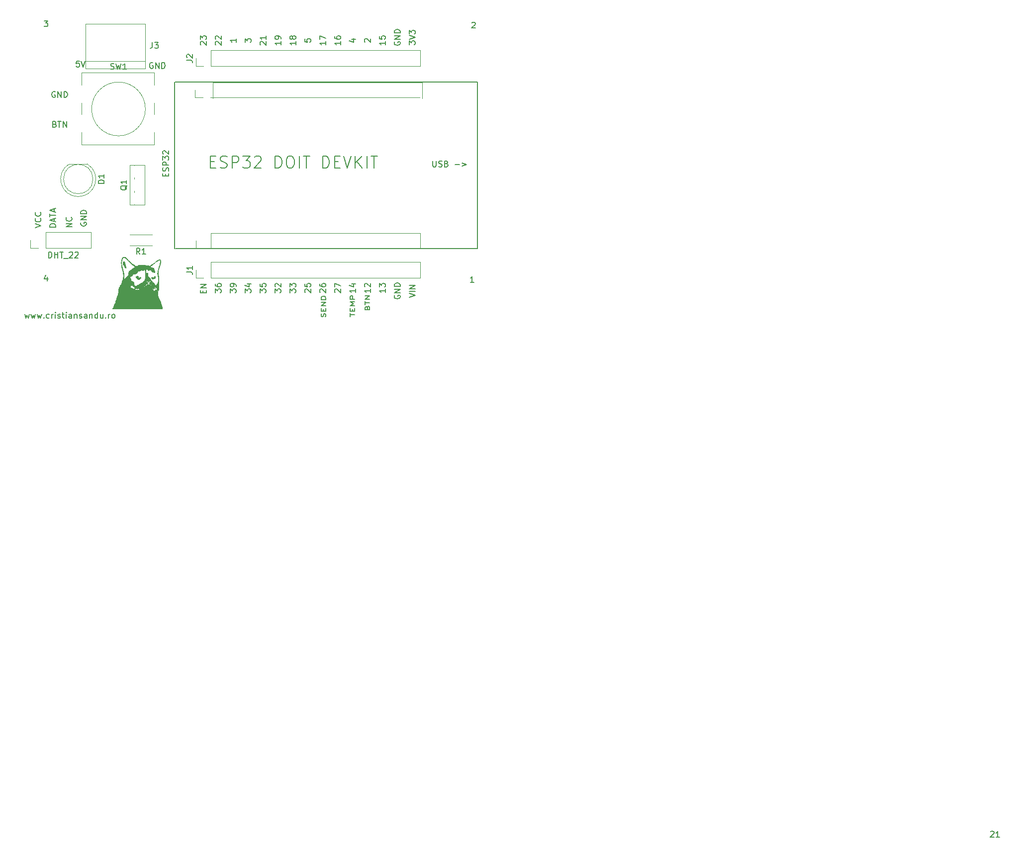
<source format=gbr>
G04 #@! TF.GenerationSoftware,KiCad,Pcbnew,5.1.3-ffb9f22~84~ubuntu18.04.1*
G04 #@! TF.CreationDate,2019-08-09T22:55:10+03:00*
G04 #@! TF.ProjectId,esp32-ac-board,65737033-322d-4616-932d-626f6172642e,rev?*
G04 #@! TF.SameCoordinates,Original*
G04 #@! TF.FileFunction,Legend,Top*
G04 #@! TF.FilePolarity,Positive*
%FSLAX46Y46*%
G04 Gerber Fmt 4.6, Leading zero omitted, Abs format (unit mm)*
G04 Created by KiCad (PCBNEW 5.1.3-ffb9f22~84~ubuntu18.04.1) date 2019-08-09 22:55:10*
%MOMM*%
%LPD*%
G04 APERTURE LIST*
%ADD10C,0.150000*%
%ADD11C,0.010000*%
%ADD12C,0.120000*%
G04 APERTURE END LIST*
D10*
X128143095Y-79383000D02*
X128047857Y-79335380D01*
X127905000Y-79335380D01*
X127762142Y-79383000D01*
X127666904Y-79478238D01*
X127619285Y-79573476D01*
X127571666Y-79763952D01*
X127571666Y-79906809D01*
X127619285Y-80097285D01*
X127666904Y-80192523D01*
X127762142Y-80287761D01*
X127905000Y-80335380D01*
X128000238Y-80335380D01*
X128143095Y-80287761D01*
X128190714Y-80240142D01*
X128190714Y-79906809D01*
X128000238Y-79906809D01*
X128619285Y-80335380D02*
X128619285Y-79335380D01*
X129190714Y-80335380D01*
X129190714Y-79335380D01*
X129666904Y-80335380D02*
X129666904Y-79335380D01*
X129905000Y-79335380D01*
X130047857Y-79383000D01*
X130143095Y-79478238D01*
X130190714Y-79573476D01*
X130238333Y-79763952D01*
X130238333Y-79906809D01*
X130190714Y-80097285D01*
X130143095Y-80192523D01*
X130047857Y-80287761D01*
X129905000Y-80335380D01*
X129666904Y-80335380D01*
X128071666Y-84891571D02*
X128214523Y-84939190D01*
X128262142Y-84986809D01*
X128309761Y-85082047D01*
X128309761Y-85224904D01*
X128262142Y-85320142D01*
X128214523Y-85367761D01*
X128119285Y-85415380D01*
X127738333Y-85415380D01*
X127738333Y-84415380D01*
X128071666Y-84415380D01*
X128166904Y-84463000D01*
X128214523Y-84510619D01*
X128262142Y-84605857D01*
X128262142Y-84701095D01*
X128214523Y-84796333D01*
X128166904Y-84843952D01*
X128071666Y-84891571D01*
X127738333Y-84891571D01*
X128595476Y-84415380D02*
X129166904Y-84415380D01*
X128881190Y-85415380D02*
X128881190Y-84415380D01*
X129500238Y-85415380D02*
X129500238Y-84415380D01*
X130071666Y-85415380D01*
X130071666Y-84415380D01*
X192445047Y-91146380D02*
X192445047Y-91955904D01*
X192492666Y-92051142D01*
X192540285Y-92098761D01*
X192635523Y-92146380D01*
X192826000Y-92146380D01*
X192921238Y-92098761D01*
X192968857Y-92051142D01*
X193016476Y-91955904D01*
X193016476Y-91146380D01*
X193445047Y-92098761D02*
X193587904Y-92146380D01*
X193826000Y-92146380D01*
X193921238Y-92098761D01*
X193968857Y-92051142D01*
X194016476Y-91955904D01*
X194016476Y-91860666D01*
X193968857Y-91765428D01*
X193921238Y-91717809D01*
X193826000Y-91670190D01*
X193635523Y-91622571D01*
X193540285Y-91574952D01*
X193492666Y-91527333D01*
X193445047Y-91432095D01*
X193445047Y-91336857D01*
X193492666Y-91241619D01*
X193540285Y-91194000D01*
X193635523Y-91146380D01*
X193873619Y-91146380D01*
X194016476Y-91194000D01*
X194778380Y-91622571D02*
X194921238Y-91670190D01*
X194968857Y-91717809D01*
X195016476Y-91813047D01*
X195016476Y-91955904D01*
X194968857Y-92051142D01*
X194921238Y-92098761D01*
X194826000Y-92146380D01*
X194445047Y-92146380D01*
X194445047Y-91146380D01*
X194778380Y-91146380D01*
X194873619Y-91194000D01*
X194921238Y-91241619D01*
X194968857Y-91336857D01*
X194968857Y-91432095D01*
X194921238Y-91527333D01*
X194873619Y-91574952D01*
X194778380Y-91622571D01*
X194445047Y-91622571D01*
X196206952Y-91765428D02*
X196968857Y-91765428D01*
X197445047Y-91479714D02*
X198206952Y-91765428D01*
X197445047Y-92051142D01*
X144780095Y-74430000D02*
X144684857Y-74382380D01*
X144542000Y-74382380D01*
X144399142Y-74430000D01*
X144303904Y-74525238D01*
X144256285Y-74620476D01*
X144208666Y-74810952D01*
X144208666Y-74953809D01*
X144256285Y-75144285D01*
X144303904Y-75239523D01*
X144399142Y-75334761D01*
X144542000Y-75382380D01*
X144637238Y-75382380D01*
X144780095Y-75334761D01*
X144827714Y-75287142D01*
X144827714Y-74953809D01*
X144637238Y-74953809D01*
X145256285Y-75382380D02*
X145256285Y-74382380D01*
X145827714Y-75382380D01*
X145827714Y-74382380D01*
X146303904Y-75382380D02*
X146303904Y-74382380D01*
X146542000Y-74382380D01*
X146684857Y-74430000D01*
X146780095Y-74525238D01*
X146827714Y-74620476D01*
X146875333Y-74810952D01*
X146875333Y-74953809D01*
X146827714Y-75144285D01*
X146780095Y-75239523D01*
X146684857Y-75334761D01*
X146542000Y-75382380D01*
X146303904Y-75382380D01*
X132270523Y-74128380D02*
X131794333Y-74128380D01*
X131746714Y-74604571D01*
X131794333Y-74556952D01*
X131889571Y-74509333D01*
X132127666Y-74509333D01*
X132222904Y-74556952D01*
X132270523Y-74604571D01*
X132318142Y-74699809D01*
X132318142Y-74937904D01*
X132270523Y-75033142D01*
X132222904Y-75080761D01*
X132127666Y-75128380D01*
X131889571Y-75128380D01*
X131794333Y-75080761D01*
X131746714Y-75033142D01*
X132603857Y-74128380D02*
X132937190Y-75128380D01*
X133270523Y-74128380D01*
X122992523Y-117260714D02*
X123183000Y-117927380D01*
X123373476Y-117451190D01*
X123563952Y-117927380D01*
X123754428Y-117260714D01*
X124040142Y-117260714D02*
X124230619Y-117927380D01*
X124421095Y-117451190D01*
X124611571Y-117927380D01*
X124802047Y-117260714D01*
X125087761Y-117260714D02*
X125278238Y-117927380D01*
X125468714Y-117451190D01*
X125659190Y-117927380D01*
X125849666Y-117260714D01*
X126230619Y-117832142D02*
X126278238Y-117879761D01*
X126230619Y-117927380D01*
X126183000Y-117879761D01*
X126230619Y-117832142D01*
X126230619Y-117927380D01*
X127135380Y-117879761D02*
X127040142Y-117927380D01*
X126849666Y-117927380D01*
X126754428Y-117879761D01*
X126706809Y-117832142D01*
X126659190Y-117736904D01*
X126659190Y-117451190D01*
X126706809Y-117355952D01*
X126754428Y-117308333D01*
X126849666Y-117260714D01*
X127040142Y-117260714D01*
X127135380Y-117308333D01*
X127563952Y-117927380D02*
X127563952Y-117260714D01*
X127563952Y-117451190D02*
X127611571Y-117355952D01*
X127659190Y-117308333D01*
X127754428Y-117260714D01*
X127849666Y-117260714D01*
X128183000Y-117927380D02*
X128183000Y-117260714D01*
X128183000Y-116927380D02*
X128135380Y-116975000D01*
X128183000Y-117022619D01*
X128230619Y-116975000D01*
X128183000Y-116927380D01*
X128183000Y-117022619D01*
X128611571Y-117879761D02*
X128706809Y-117927380D01*
X128897285Y-117927380D01*
X128992523Y-117879761D01*
X129040142Y-117784523D01*
X129040142Y-117736904D01*
X128992523Y-117641666D01*
X128897285Y-117594047D01*
X128754428Y-117594047D01*
X128659190Y-117546428D01*
X128611571Y-117451190D01*
X128611571Y-117403571D01*
X128659190Y-117308333D01*
X128754428Y-117260714D01*
X128897285Y-117260714D01*
X128992523Y-117308333D01*
X129325857Y-117260714D02*
X129706809Y-117260714D01*
X129468714Y-116927380D02*
X129468714Y-117784523D01*
X129516333Y-117879761D01*
X129611571Y-117927380D01*
X129706809Y-117927380D01*
X130040142Y-117927380D02*
X130040142Y-117260714D01*
X130040142Y-116927380D02*
X129992523Y-116975000D01*
X130040142Y-117022619D01*
X130087761Y-116975000D01*
X130040142Y-116927380D01*
X130040142Y-117022619D01*
X130944904Y-117927380D02*
X130944904Y-117403571D01*
X130897285Y-117308333D01*
X130802047Y-117260714D01*
X130611571Y-117260714D01*
X130516333Y-117308333D01*
X130944904Y-117879761D02*
X130849666Y-117927380D01*
X130611571Y-117927380D01*
X130516333Y-117879761D01*
X130468714Y-117784523D01*
X130468714Y-117689285D01*
X130516333Y-117594047D01*
X130611571Y-117546428D01*
X130849666Y-117546428D01*
X130944904Y-117498809D01*
X131421095Y-117260714D02*
X131421095Y-117927380D01*
X131421095Y-117355952D02*
X131468714Y-117308333D01*
X131563952Y-117260714D01*
X131706809Y-117260714D01*
X131802047Y-117308333D01*
X131849666Y-117403571D01*
X131849666Y-117927380D01*
X132278238Y-117879761D02*
X132373476Y-117927380D01*
X132563952Y-117927380D01*
X132659190Y-117879761D01*
X132706809Y-117784523D01*
X132706809Y-117736904D01*
X132659190Y-117641666D01*
X132563952Y-117594047D01*
X132421095Y-117594047D01*
X132325857Y-117546428D01*
X132278238Y-117451190D01*
X132278238Y-117403571D01*
X132325857Y-117308333D01*
X132421095Y-117260714D01*
X132563952Y-117260714D01*
X132659190Y-117308333D01*
X133563952Y-117927380D02*
X133563952Y-117403571D01*
X133516333Y-117308333D01*
X133421095Y-117260714D01*
X133230619Y-117260714D01*
X133135380Y-117308333D01*
X133563952Y-117879761D02*
X133468714Y-117927380D01*
X133230619Y-117927380D01*
X133135380Y-117879761D01*
X133087761Y-117784523D01*
X133087761Y-117689285D01*
X133135380Y-117594047D01*
X133230619Y-117546428D01*
X133468714Y-117546428D01*
X133563952Y-117498809D01*
X134040142Y-117260714D02*
X134040142Y-117927380D01*
X134040142Y-117355952D02*
X134087761Y-117308333D01*
X134183000Y-117260714D01*
X134325857Y-117260714D01*
X134421095Y-117308333D01*
X134468714Y-117403571D01*
X134468714Y-117927380D01*
X135373476Y-117927380D02*
X135373476Y-116927380D01*
X135373476Y-117879761D02*
X135278238Y-117927380D01*
X135087761Y-117927380D01*
X134992523Y-117879761D01*
X134944904Y-117832142D01*
X134897285Y-117736904D01*
X134897285Y-117451190D01*
X134944904Y-117355952D01*
X134992523Y-117308333D01*
X135087761Y-117260714D01*
X135278238Y-117260714D01*
X135373476Y-117308333D01*
X136278238Y-117260714D02*
X136278238Y-117927380D01*
X135849666Y-117260714D02*
X135849666Y-117784523D01*
X135897285Y-117879761D01*
X135992523Y-117927380D01*
X136135380Y-117927380D01*
X136230619Y-117879761D01*
X136278238Y-117832142D01*
X136754428Y-117832142D02*
X136802047Y-117879761D01*
X136754428Y-117927380D01*
X136706809Y-117879761D01*
X136754428Y-117832142D01*
X136754428Y-117927380D01*
X137230619Y-117927380D02*
X137230619Y-117260714D01*
X137230619Y-117451190D02*
X137278238Y-117355952D01*
X137325857Y-117308333D01*
X137421095Y-117260714D01*
X137516333Y-117260714D01*
X137992523Y-117927380D02*
X137897285Y-117879761D01*
X137849666Y-117832142D01*
X137802047Y-117736904D01*
X137802047Y-117451190D01*
X137849666Y-117355952D01*
X137897285Y-117308333D01*
X137992523Y-117260714D01*
X138135380Y-117260714D01*
X138230619Y-117308333D01*
X138278238Y-117355952D01*
X138325857Y-117451190D01*
X138325857Y-117736904D01*
X138278238Y-117832142D01*
X138230619Y-117879761D01*
X138135380Y-117927380D01*
X137992523Y-117927380D01*
X154560761Y-91297142D02*
X155227428Y-91297142D01*
X155513142Y-92344761D02*
X154560761Y-92344761D01*
X154560761Y-90344761D01*
X155513142Y-90344761D01*
X156275047Y-92249523D02*
X156560761Y-92344761D01*
X157036952Y-92344761D01*
X157227428Y-92249523D01*
X157322666Y-92154285D01*
X157417904Y-91963809D01*
X157417904Y-91773333D01*
X157322666Y-91582857D01*
X157227428Y-91487619D01*
X157036952Y-91392380D01*
X156656000Y-91297142D01*
X156465523Y-91201904D01*
X156370285Y-91106666D01*
X156275047Y-90916190D01*
X156275047Y-90725714D01*
X156370285Y-90535238D01*
X156465523Y-90440000D01*
X156656000Y-90344761D01*
X157132190Y-90344761D01*
X157417904Y-90440000D01*
X158275047Y-92344761D02*
X158275047Y-90344761D01*
X159036952Y-90344761D01*
X159227428Y-90440000D01*
X159322666Y-90535238D01*
X159417904Y-90725714D01*
X159417904Y-91011428D01*
X159322666Y-91201904D01*
X159227428Y-91297142D01*
X159036952Y-91392380D01*
X158275047Y-91392380D01*
X160084571Y-90344761D02*
X161322666Y-90344761D01*
X160656000Y-91106666D01*
X160941714Y-91106666D01*
X161132190Y-91201904D01*
X161227428Y-91297142D01*
X161322666Y-91487619D01*
X161322666Y-91963809D01*
X161227428Y-92154285D01*
X161132190Y-92249523D01*
X160941714Y-92344761D01*
X160370285Y-92344761D01*
X160179809Y-92249523D01*
X160084571Y-92154285D01*
X162084571Y-90535238D02*
X162179809Y-90440000D01*
X162370285Y-90344761D01*
X162846476Y-90344761D01*
X163036952Y-90440000D01*
X163132190Y-90535238D01*
X163227428Y-90725714D01*
X163227428Y-90916190D01*
X163132190Y-91201904D01*
X161989333Y-92344761D01*
X163227428Y-92344761D01*
X165608380Y-92344761D02*
X165608380Y-90344761D01*
X166084571Y-90344761D01*
X166370285Y-90440000D01*
X166560761Y-90630476D01*
X166656000Y-90820952D01*
X166751238Y-91201904D01*
X166751238Y-91487619D01*
X166656000Y-91868571D01*
X166560761Y-92059047D01*
X166370285Y-92249523D01*
X166084571Y-92344761D01*
X165608380Y-92344761D01*
X167989333Y-90344761D02*
X168370285Y-90344761D01*
X168560761Y-90440000D01*
X168751238Y-90630476D01*
X168846476Y-91011428D01*
X168846476Y-91678095D01*
X168751238Y-92059047D01*
X168560761Y-92249523D01*
X168370285Y-92344761D01*
X167989333Y-92344761D01*
X167798857Y-92249523D01*
X167608380Y-92059047D01*
X167513142Y-91678095D01*
X167513142Y-91011428D01*
X167608380Y-90630476D01*
X167798857Y-90440000D01*
X167989333Y-90344761D01*
X169703619Y-92344761D02*
X169703619Y-90344761D01*
X170370285Y-90344761D02*
X171513142Y-90344761D01*
X170941714Y-92344761D02*
X170941714Y-90344761D01*
X173703619Y-92344761D02*
X173703619Y-90344761D01*
X174179809Y-90344761D01*
X174465523Y-90440000D01*
X174656000Y-90630476D01*
X174751238Y-90820952D01*
X174846476Y-91201904D01*
X174846476Y-91487619D01*
X174751238Y-91868571D01*
X174656000Y-92059047D01*
X174465523Y-92249523D01*
X174179809Y-92344761D01*
X173703619Y-92344761D01*
X175703619Y-91297142D02*
X176370285Y-91297142D01*
X176656000Y-92344761D02*
X175703619Y-92344761D01*
X175703619Y-90344761D01*
X176656000Y-90344761D01*
X177227428Y-90344761D02*
X177894095Y-92344761D01*
X178560761Y-90344761D01*
X179227428Y-92344761D02*
X179227428Y-90344761D01*
X180370285Y-92344761D02*
X179513142Y-91201904D01*
X180370285Y-90344761D02*
X179227428Y-91487619D01*
X181227428Y-92344761D02*
X181227428Y-90344761D01*
X181894095Y-90344761D02*
X183036952Y-90344761D01*
X182465523Y-92344761D02*
X182465523Y-90344761D01*
X181302428Y-116149333D02*
X181338142Y-116006476D01*
X181373857Y-115958857D01*
X181445285Y-115911238D01*
X181552428Y-115911238D01*
X181623857Y-115958857D01*
X181659571Y-116006476D01*
X181695285Y-116101714D01*
X181695285Y-116482666D01*
X180945285Y-116482666D01*
X180945285Y-116149333D01*
X180981000Y-116054095D01*
X181016714Y-116006476D01*
X181088142Y-115958857D01*
X181159571Y-115958857D01*
X181231000Y-116006476D01*
X181266714Y-116054095D01*
X181302428Y-116149333D01*
X181302428Y-116482666D01*
X180945285Y-115625523D02*
X180945285Y-115054095D01*
X181695285Y-115339809D02*
X180945285Y-115339809D01*
X181695285Y-114720761D02*
X180945285Y-114720761D01*
X181695285Y-114149333D01*
X180945285Y-114149333D01*
X178405285Y-117633523D02*
X178405285Y-117062095D01*
X179155285Y-117347809D02*
X178405285Y-117347809D01*
X178762428Y-116728761D02*
X178762428Y-116395428D01*
X179155285Y-116252571D02*
X179155285Y-116728761D01*
X178405285Y-116728761D01*
X178405285Y-116252571D01*
X179155285Y-115824000D02*
X178405285Y-115824000D01*
X178941000Y-115490666D01*
X178405285Y-115157333D01*
X179155285Y-115157333D01*
X179155285Y-114681142D02*
X178405285Y-114681142D01*
X178405285Y-114300190D01*
X178441000Y-114204952D01*
X178476714Y-114157333D01*
X178548142Y-114109714D01*
X178655285Y-114109714D01*
X178726714Y-114157333D01*
X178762428Y-114204952D01*
X178798142Y-114300190D01*
X178798142Y-114681142D01*
X174166571Y-117712904D02*
X174202285Y-117570047D01*
X174202285Y-117331952D01*
X174166571Y-117236714D01*
X174130857Y-117189095D01*
X174059428Y-117141476D01*
X173988000Y-117141476D01*
X173916571Y-117189095D01*
X173880857Y-117236714D01*
X173845142Y-117331952D01*
X173809428Y-117522428D01*
X173773714Y-117617666D01*
X173738000Y-117665285D01*
X173666571Y-117712904D01*
X173595142Y-117712904D01*
X173523714Y-117665285D01*
X173488000Y-117617666D01*
X173452285Y-117522428D01*
X173452285Y-117284333D01*
X173488000Y-117141476D01*
X173809428Y-116712904D02*
X173809428Y-116379571D01*
X174202285Y-116236714D02*
X174202285Y-116712904D01*
X173452285Y-116712904D01*
X173452285Y-116236714D01*
X174202285Y-115808142D02*
X173452285Y-115808142D01*
X174202285Y-115236714D01*
X173452285Y-115236714D01*
X174202285Y-114760523D02*
X173452285Y-114760523D01*
X173452285Y-114522428D01*
X173488000Y-114379571D01*
X173559428Y-114284333D01*
X173630857Y-114236714D01*
X173773714Y-114189095D01*
X173880857Y-114189095D01*
X174023714Y-114236714D01*
X174095142Y-114284333D01*
X174166571Y-114379571D01*
X174202285Y-114522428D01*
X174202285Y-114760523D01*
D11*
G36*
X139899589Y-108301436D02*
G01*
X139948938Y-108401791D01*
X139996319Y-108565887D01*
X139997177Y-108569471D01*
X140037658Y-108727831D01*
X140084360Y-108894180D01*
X140120843Y-109012693D01*
X140160856Y-109164396D01*
X140173585Y-109283475D01*
X140161393Y-109362974D01*
X140126640Y-109395937D01*
X140071688Y-109375410D01*
X140016973Y-109318619D01*
X139963276Y-109212916D01*
X139945533Y-109113832D01*
X139923489Y-109010261D01*
X139867963Y-108921712D01*
X139794862Y-108869942D01*
X139763169Y-108864400D01*
X139727344Y-108831077D01*
X139701182Y-108730971D01*
X139695051Y-108686600D01*
X139688858Y-108511321D01*
X139714296Y-108374545D01*
X139769032Y-108287088D01*
X139783571Y-108276288D01*
X139845417Y-108260907D01*
X139899589Y-108301436D01*
X139899589Y-108301436D01*
G37*
X139899589Y-108301436D02*
X139948938Y-108401791D01*
X139996319Y-108565887D01*
X139997177Y-108569471D01*
X140037658Y-108727831D01*
X140084360Y-108894180D01*
X140120843Y-109012693D01*
X140160856Y-109164396D01*
X140173585Y-109283475D01*
X140161393Y-109362974D01*
X140126640Y-109395937D01*
X140071688Y-109375410D01*
X140016973Y-109318619D01*
X139963276Y-109212916D01*
X139945533Y-109113832D01*
X139923489Y-109010261D01*
X139867963Y-108921712D01*
X139794862Y-108869942D01*
X139763169Y-108864400D01*
X139727344Y-108831077D01*
X139701182Y-108730971D01*
X139695051Y-108686600D01*
X139688858Y-108511321D01*
X139714296Y-108374545D01*
X139769032Y-108287088D01*
X139783571Y-108276288D01*
X139845417Y-108260907D01*
X139899589Y-108301436D01*
G36*
X145163642Y-110821622D02*
G01*
X145174303Y-110837425D01*
X145192928Y-110901586D01*
X145164030Y-110981126D01*
X145161000Y-110986535D01*
X145053892Y-111112812D01*
X144911205Y-111192390D01*
X144751250Y-111216463D01*
X144695631Y-111210339D01*
X144624778Y-111174936D01*
X144557664Y-111109587D01*
X144519567Y-111040582D01*
X144517533Y-111025111D01*
X144542913Y-110990362D01*
X144603068Y-110943517D01*
X144667648Y-110907509D01*
X144711430Y-110912605D01*
X144752675Y-110945457D01*
X144844167Y-110993611D01*
X144929520Y-110979210D01*
X144993387Y-110906806D01*
X145007439Y-110869923D01*
X145049350Y-110788707D01*
X145103787Y-110772145D01*
X145163642Y-110821622D01*
X145163642Y-110821622D01*
G37*
X145163642Y-110821622D02*
X145174303Y-110837425D01*
X145192928Y-110901586D01*
X145164030Y-110981126D01*
X145161000Y-110986535D01*
X145053892Y-111112812D01*
X144911205Y-111192390D01*
X144751250Y-111216463D01*
X144695631Y-111210339D01*
X144624778Y-111174936D01*
X144557664Y-111109587D01*
X144519567Y-111040582D01*
X144517533Y-111025111D01*
X144542913Y-110990362D01*
X144603068Y-110943517D01*
X144667648Y-110907509D01*
X144711430Y-110912605D01*
X144752675Y-110945457D01*
X144844167Y-110993611D01*
X144929520Y-110979210D01*
X144993387Y-110906806D01*
X145007439Y-110869923D01*
X145049350Y-110788707D01*
X145103787Y-110772145D01*
X145163642Y-110821622D01*
G36*
X142215270Y-110754858D02*
G01*
X142260840Y-110814304D01*
X142261069Y-110885734D01*
X142270435Y-110961518D01*
X142317174Y-111008417D01*
X142409327Y-111043236D01*
X142497440Y-111012563D01*
X142560040Y-110950756D01*
X142604137Y-110901954D01*
X142634052Y-110905024D01*
X142669029Y-110947200D01*
X142711699Y-111022576D01*
X142718811Y-111079501D01*
X142691937Y-111099600D01*
X142650730Y-111119775D01*
X142577513Y-111171645D01*
X142519400Y-111218133D01*
X142433643Y-111283407D01*
X142364957Y-111324412D01*
X142338396Y-111332054D01*
X142275333Y-111322295D01*
X142221655Y-111312580D01*
X142131327Y-111269576D01*
X142033948Y-111185295D01*
X141949127Y-111080726D01*
X141896475Y-110976858D01*
X141891876Y-110959623D01*
X141883832Y-110872664D01*
X141915498Y-110813250D01*
X141943297Y-110788288D01*
X142040059Y-110736809D01*
X142136196Y-110727346D01*
X142215270Y-110754858D01*
X142215270Y-110754858D01*
G37*
X142215270Y-110754858D02*
X142260840Y-110814304D01*
X142261069Y-110885734D01*
X142270435Y-110961518D01*
X142317174Y-111008417D01*
X142409327Y-111043236D01*
X142497440Y-111012563D01*
X142560040Y-110950756D01*
X142604137Y-110901954D01*
X142634052Y-110905024D01*
X142669029Y-110947200D01*
X142711699Y-111022576D01*
X142718811Y-111079501D01*
X142691937Y-111099600D01*
X142650730Y-111119775D01*
X142577513Y-111171645D01*
X142519400Y-111218133D01*
X142433643Y-111283407D01*
X142364957Y-111324412D01*
X142338396Y-111332054D01*
X142275333Y-111322295D01*
X142221655Y-111312580D01*
X142131327Y-111269576D01*
X142033948Y-111185295D01*
X141949127Y-111080726D01*
X141896475Y-110976858D01*
X141891876Y-110959623D01*
X141883832Y-110872664D01*
X141915498Y-110813250D01*
X141943297Y-110788288D01*
X142040059Y-110736809D01*
X142136196Y-110727346D01*
X142215270Y-110754858D01*
G36*
X139900297Y-107493753D02*
G01*
X140015706Y-107542109D01*
X140155124Y-107637699D01*
X140324971Y-107782092D01*
X140531671Y-107976854D01*
X140537281Y-107982300D01*
X140776726Y-108208708D01*
X141011076Y-108418735D01*
X141234094Y-108607576D01*
X141439544Y-108770424D01*
X141621190Y-108902476D01*
X141772796Y-108998925D01*
X141888125Y-109054966D01*
X141945760Y-109067600D01*
X142004228Y-109053940D01*
X142103295Y-109017921D01*
X142222734Y-108966985D01*
X142236843Y-108960516D01*
X142402619Y-108897066D01*
X142576356Y-108860049D01*
X142772786Y-108848390D01*
X143006639Y-108861011D01*
X143230600Y-108887870D01*
X143395864Y-108909811D01*
X143595649Y-108934520D01*
X143797087Y-108957988D01*
X143882266Y-108967371D01*
X144246065Y-109006501D01*
X144457999Y-108907248D01*
X144601869Y-108824587D01*
X144778407Y-108697958D01*
X144976756Y-108535293D01*
X145025533Y-108492542D01*
X145280453Y-108275055D01*
X145496459Y-108110033D01*
X145675972Y-107996287D01*
X145821417Y-107932627D01*
X145935216Y-107917862D01*
X146019794Y-107950803D01*
X146053856Y-107987561D01*
X146098501Y-108096417D01*
X146111338Y-108252171D01*
X146092024Y-108457447D01*
X146040217Y-108714870D01*
X145955571Y-109027063D01*
X145890436Y-109236933D01*
X145795692Y-109546449D01*
X145728407Y-109807794D01*
X145687255Y-110034108D01*
X145670907Y-110238533D01*
X145678037Y-110434207D01*
X145707318Y-110634273D01*
X145735962Y-110766069D01*
X145764705Y-110895476D01*
X145781498Y-111004419D01*
X145787273Y-111113934D01*
X145782956Y-111245058D01*
X145769480Y-111418831D01*
X145766354Y-111454014D01*
X145750532Y-111666146D01*
X145746624Y-111838457D01*
X145755091Y-111997883D01*
X145776393Y-112171360D01*
X145778923Y-112188366D01*
X145803844Y-112399993D01*
X145808258Y-112589808D01*
X145790254Y-112779189D01*
X145747918Y-112989512D01*
X145686960Y-113216001D01*
X145634348Y-113430496D01*
X145608651Y-113630433D01*
X145611491Y-113828852D01*
X145644493Y-114038791D01*
X145709280Y-114273289D01*
X145807476Y-114545387D01*
X145872589Y-114706815D01*
X145944421Y-114880630D01*
X146019829Y-115063693D01*
X146086976Y-115227249D01*
X146113604Y-115292358D01*
X146203186Y-115540626D01*
X146285270Y-115821018D01*
X146349677Y-116097980D01*
X146360334Y-116154200D01*
X146383269Y-116281200D01*
X137912682Y-116281200D01*
X138031654Y-116044952D01*
X138149779Y-115804565D01*
X138249931Y-115589047D01*
X138327202Y-115409377D01*
X138376685Y-115276532D01*
X138380236Y-115265200D01*
X138400801Y-115199087D01*
X138438410Y-115079426D01*
X138489588Y-114917219D01*
X138550861Y-114723468D01*
X138618757Y-114509177D01*
X138652887Y-114401599D01*
X138730069Y-114156563D01*
X138788813Y-113963539D01*
X138831905Y-113810216D01*
X138862129Y-113684284D01*
X138882272Y-113573432D01*
X138895118Y-113465351D01*
X138903452Y-113347728D01*
X138906926Y-113278730D01*
X138918087Y-113091196D01*
X138932296Y-112979623D01*
X141717757Y-112979623D01*
X141719694Y-113019994D01*
X141730278Y-113032647D01*
X141803717Y-113073717D01*
X141919650Y-113103906D01*
X142057162Y-113121719D01*
X142195337Y-113125660D01*
X142313259Y-113114231D01*
X142390012Y-113085937D01*
X142396516Y-113080312D01*
X142429262Y-113024718D01*
X142419407Y-112948462D01*
X142413502Y-112930627D01*
X142383815Y-112878687D01*
X144686866Y-112878687D01*
X144704551Y-112941786D01*
X144748193Y-113033044D01*
X144803672Y-113126018D01*
X144853538Y-113190866D01*
X144934699Y-113254710D01*
X145005238Y-113256156D01*
X145076333Y-113199333D01*
X145141407Y-113148095D01*
X145191649Y-113131473D01*
X145269989Y-113111281D01*
X145357056Y-113062020D01*
X145429793Y-113000191D01*
X145465146Y-112942298D01*
X145465800Y-112935233D01*
X145437741Y-112864447D01*
X145363776Y-112779801D01*
X145259219Y-112696413D01*
X145171148Y-112644399D01*
X145065520Y-112602448D01*
X144991444Y-112593030D01*
X144957636Y-112611497D01*
X144972816Y-112653201D01*
X145043842Y-112712282D01*
X145128558Y-112785740D01*
X145176845Y-112863855D01*
X145177747Y-112928391D01*
X145175762Y-112931913D01*
X145146010Y-112931245D01*
X145100240Y-112879494D01*
X145090027Y-112863480D01*
X145027639Y-112785212D01*
X144973858Y-112757024D01*
X144940416Y-112779137D01*
X144939044Y-112851772D01*
X144940866Y-112860666D01*
X144945500Y-112938858D01*
X144917818Y-112960460D01*
X144864706Y-112921339D01*
X144856200Y-112911466D01*
X144806920Y-112877890D01*
X144744086Y-112860269D01*
X144696349Y-112864152D01*
X144686866Y-112878687D01*
X142383815Y-112878687D01*
X142360684Y-112838220D01*
X142288100Y-112810368D01*
X142193983Y-112846577D01*
X142170804Y-112862652D01*
X142092881Y-112908419D01*
X142043532Y-112904961D01*
X142035182Y-112897995D01*
X141956969Y-112863286D01*
X141857004Y-112876558D01*
X141769618Y-112925996D01*
X141717757Y-112979623D01*
X138932296Y-112979623D01*
X138936091Y-112949831D01*
X138968089Y-112833071D01*
X139021235Y-112719351D01*
X139102680Y-112587108D01*
X139169006Y-112488583D01*
X139193034Y-112449127D01*
X140919646Y-112449127D01*
X140920268Y-112558679D01*
X140929965Y-112599340D01*
X140966418Y-112687113D01*
X141026556Y-112731150D01*
X141072504Y-112744183D01*
X141173758Y-112779920D01*
X141282283Y-112836993D01*
X141299595Y-112848276D01*
X141430559Y-112912097D01*
X141550601Y-112923828D01*
X141645674Y-112882401D01*
X141653381Y-112875180D01*
X141699770Y-112800436D01*
X143057967Y-112800436D01*
X143076466Y-112826411D01*
X143082548Y-112826800D01*
X143115067Y-112805157D01*
X143184416Y-112747163D01*
X143278413Y-112663217D01*
X143330452Y-112615133D01*
X143550241Y-112427090D01*
X143753732Y-112287416D01*
X143935199Y-112199457D01*
X144088916Y-112166555D01*
X144098866Y-112166400D01*
X144226648Y-112184310D01*
X144342770Y-112243575D01*
X144459763Y-112352494D01*
X144551400Y-112466088D01*
X144669933Y-112625019D01*
X144680724Y-112520312D01*
X144665908Y-112396424D01*
X144591998Y-112281536D01*
X144455081Y-112170028D01*
X144422228Y-112149133D01*
X144284189Y-112063188D01*
X144195693Y-112003546D01*
X144148240Y-111961603D01*
X144133326Y-111928755D01*
X144142450Y-111896399D01*
X144153622Y-111877311D01*
X144198396Y-111825004D01*
X144226680Y-111810800D01*
X144289995Y-111782483D01*
X144348583Y-111715395D01*
X144380707Y-111636327D01*
X144382066Y-111619284D01*
X144358393Y-111557546D01*
X144296146Y-111539269D01*
X144208482Y-111564193D01*
X144117309Y-111624533D01*
X144040085Y-111679631D01*
X143977214Y-111708120D01*
X143968214Y-111709200D01*
X143913447Y-111686180D01*
X143845628Y-111630196D01*
X143840200Y-111624533D01*
X143772744Y-111575554D01*
X143691584Y-111545144D01*
X143618174Y-111537398D01*
X143573968Y-111556414D01*
X143569267Y-111572802D01*
X143595534Y-111606653D01*
X143664487Y-111664092D01*
X143761352Y-111732844D01*
X143764000Y-111734600D01*
X143861672Y-111805554D01*
X143931557Y-111868386D01*
X143958727Y-111909646D01*
X143958733Y-111910019D01*
X143931261Y-111951256D01*
X143860723Y-112007120D01*
X143799478Y-112044555D01*
X143691897Y-112114216D01*
X143573231Y-112207708D01*
X143451150Y-112316661D01*
X143333324Y-112432706D01*
X143227422Y-112547475D01*
X143141116Y-112652599D01*
X143082074Y-112739708D01*
X143057967Y-112800436D01*
X141699770Y-112800436D01*
X141704335Y-112793082D01*
X141687821Y-112716302D01*
X141603907Y-112644983D01*
X141525198Y-112606516D01*
X141426568Y-112546406D01*
X141349152Y-112467537D01*
X141340118Y-112453333D01*
X141283390Y-112371403D01*
X141220654Y-112335638D01*
X141127241Y-112335468D01*
X141080727Y-112342186D01*
X140971886Y-112379087D01*
X140919646Y-112449127D01*
X139193034Y-112449127D01*
X139289279Y-112291086D01*
X139413897Y-112048842D01*
X139532575Y-111783238D01*
X139630035Y-111529931D01*
X139681693Y-111353692D01*
X139714521Y-111163206D01*
X139733000Y-110932320D01*
X139733227Y-110927660D01*
X139738286Y-110708833D01*
X139730302Y-110495884D01*
X139707400Y-110274501D01*
X139667705Y-110030369D01*
X139609345Y-109749176D01*
X139540916Y-109459126D01*
X139457139Y-109085441D01*
X139403402Y-108764718D01*
X139380374Y-108496487D01*
X139441455Y-108496487D01*
X139462709Y-108731155D01*
X139507278Y-109004730D01*
X139575581Y-109324680D01*
X139668040Y-109698471D01*
X139693529Y-109795733D01*
X139746820Y-110004992D01*
X139783193Y-110172358D01*
X139806022Y-110320559D01*
X139818680Y-110472326D01*
X139824540Y-110650387D01*
X139825060Y-110682072D01*
X139832966Y-110903493D01*
X139850453Y-111061097D01*
X139879590Y-111158384D01*
X139922443Y-111198853D01*
X139981082Y-111186001D01*
X140057573Y-111123330D01*
X140075138Y-111105186D01*
X140158186Y-111016271D01*
X140187457Y-110984570D01*
X140859933Y-110984570D01*
X140881395Y-111036798D01*
X140934104Y-111108071D01*
X140944600Y-111119733D01*
X141015206Y-111237043D01*
X141029266Y-111320111D01*
X141061020Y-111453244D01*
X141148846Y-111564392D01*
X141281587Y-111639841D01*
X141292263Y-111643428D01*
X141407611Y-111687562D01*
X141471307Y-111739261D01*
X141498253Y-111818675D01*
X141503400Y-111928912D01*
X141516583Y-112074267D01*
X141559609Y-112176827D01*
X141571133Y-112192574D01*
X141618393Y-112262663D01*
X141638844Y-112312828D01*
X141638867Y-112313754D01*
X141663897Y-112357530D01*
X141712826Y-112400628D01*
X141809758Y-112435130D01*
X141929128Y-112414634D01*
X142077664Y-112337962D01*
X142080318Y-112336270D01*
X142157667Y-112291681D01*
X142279539Y-112226992D01*
X142429156Y-112150903D01*
X142588318Y-112072803D01*
X142838571Y-111943471D01*
X143033798Y-111820261D01*
X143184930Y-111693888D01*
X143302900Y-111555070D01*
X143398640Y-111394521D01*
X143407155Y-111377437D01*
X143518467Y-111150839D01*
X143511150Y-110645061D01*
X143500558Y-110321369D01*
X143479048Y-110063886D01*
X143468516Y-110001726D01*
X143550776Y-110001726D01*
X143552767Y-110060918D01*
X143599245Y-110128368D01*
X143657361Y-110183666D01*
X143734885Y-110247677D01*
X143780766Y-110269850D01*
X143811624Y-110255870D01*
X143824042Y-110240666D01*
X143865903Y-110202528D01*
X143889041Y-110228577D01*
X143893582Y-110319186D01*
X143885755Y-110421319D01*
X143887339Y-110608716D01*
X143939648Y-110767047D01*
X144049158Y-110911046D01*
X144135180Y-110988707D01*
X144238342Y-111090695D01*
X144330930Y-111210925D01*
X144364989Y-111268648D01*
X144454559Y-111421666D01*
X144565009Y-111575595D01*
X144681913Y-111712742D01*
X144790845Y-111815415D01*
X144837481Y-111848100D01*
X144925413Y-111923936D01*
X144998045Y-112025940D01*
X145006531Y-112043279D01*
X145066642Y-112152492D01*
X145137791Y-112251140D01*
X145148321Y-112262989D01*
X145222185Y-112322354D01*
X145294885Y-112350482D01*
X145348055Y-112343480D01*
X145364200Y-112308754D01*
X145371306Y-112274804D01*
X145397720Y-112226287D01*
X145451088Y-112151710D01*
X145539057Y-112039583D01*
X145563720Y-112008848D01*
X145594322Y-111967011D01*
X145616502Y-111921653D01*
X145631993Y-111861023D01*
X145642530Y-111773371D01*
X145649846Y-111646945D01*
X145655675Y-111469996D01*
X145658358Y-111367476D01*
X145662660Y-111152180D01*
X145662366Y-110988924D01*
X145656345Y-110862107D01*
X145643469Y-110756123D01*
X145622606Y-110655370D01*
X145600833Y-110573123D01*
X145566329Y-110443556D01*
X145549158Y-110346938D01*
X145548369Y-110256444D01*
X145563009Y-110145251D01*
X145581941Y-110040668D01*
X145616716Y-109877729D01*
X145659180Y-109710522D01*
X145700586Y-109573283D01*
X145703562Y-109564704D01*
X145751710Y-109418156D01*
X145805112Y-109239804D01*
X145860290Y-109043170D01*
X145913765Y-108841778D01*
X145962060Y-108649151D01*
X146001697Y-108478813D01*
X146029196Y-108344286D01*
X146041081Y-108259093D01*
X146041302Y-108251582D01*
X146017329Y-108127555D01*
X145949973Y-108049493D01*
X145846907Y-108024562D01*
X145803881Y-108029703D01*
X145672467Y-108074043D01*
X145521061Y-108160395D01*
X145343866Y-108292771D01*
X145135086Y-108475180D01*
X145064080Y-108541533D01*
X144871421Y-108715121D01*
X144706428Y-108843379D01*
X144556734Y-108935615D01*
X144508011Y-108960004D01*
X144398188Y-109016035D01*
X144317457Y-109065115D01*
X144281137Y-109097779D01*
X144280466Y-109100643D01*
X144312119Y-109150463D01*
X144400265Y-109206648D01*
X144534689Y-109263834D01*
X144678065Y-109309324D01*
X144796507Y-109345624D01*
X144889876Y-109380571D01*
X144937501Y-109406287D01*
X144958072Y-109460554D01*
X144964119Y-109549566D01*
X144963216Y-109567523D01*
X144975541Y-109690695D01*
X145038811Y-109808192D01*
X145040719Y-109810779D01*
X145095993Y-109907515D01*
X145125574Y-110002382D01*
X145127133Y-110022446D01*
X145112555Y-110087457D01*
X145064501Y-110115553D01*
X144976490Y-110106658D01*
X144842044Y-110060693D01*
X144742111Y-110017860D01*
X144616378Y-109956208D01*
X144537869Y-109901112D01*
X144489265Y-109838577D01*
X144469749Y-109797727D01*
X144416385Y-109709374D01*
X144348602Y-109680408D01*
X144256066Y-109708836D01*
X144195800Y-109744933D01*
X144088775Y-109801041D01*
X144009778Y-109800793D01*
X143944899Y-109741019D01*
X143909189Y-109679662D01*
X143843605Y-109584581D01*
X143769204Y-109525771D01*
X143701060Y-109512678D01*
X143670198Y-109529902D01*
X143648877Y-109577085D01*
X143623379Y-109668053D01*
X143606782Y-109744933D01*
X143583042Y-109862570D01*
X143560938Y-109961917D01*
X143550776Y-110001726D01*
X143468516Y-110001726D01*
X143446527Y-109871961D01*
X143402900Y-109744939D01*
X143376295Y-109704883D01*
X143309932Y-109664843D01*
X143250906Y-109687392D01*
X143220174Y-109747276D01*
X143176609Y-109801298D01*
X143088721Y-109806484D01*
X142959208Y-109762751D01*
X142944143Y-109755718D01*
X142864172Y-109721390D01*
X142813745Y-109720994D01*
X142761863Y-109758092D01*
X142739015Y-109779286D01*
X142670000Y-109829351D01*
X142584596Y-109854271D01*
X142461766Y-109861634D01*
X142270222Y-109863466D01*
X142156170Y-110058314D01*
X142024888Y-110231281D01*
X141870466Y-110340753D01*
X141692343Y-110387096D01*
X141648682Y-110388862D01*
X141507906Y-110396506D01*
X141417797Y-110424135D01*
X141362203Y-110480643D01*
X141327693Y-110565650D01*
X141290922Y-110656172D01*
X141233775Y-110715476D01*
X141133587Y-110767020D01*
X141132769Y-110767371D01*
X140982678Y-110843729D01*
X140890129Y-110918285D01*
X140859933Y-110984570D01*
X140187457Y-110984570D01*
X140250724Y-110916054D01*
X140271365Y-110893519D01*
X140364495Y-110800446D01*
X140463177Y-110714367D01*
X140484534Y-110697846D01*
X140551781Y-110640857D01*
X140577955Y-110586191D01*
X140574658Y-110503578D01*
X140570405Y-110473792D01*
X140573984Y-110281426D01*
X140606881Y-110145523D01*
X140653017Y-110012228D01*
X140700213Y-109922577D01*
X140765340Y-109854353D01*
X140865272Y-109785339D01*
X140893800Y-109767724D01*
X141007798Y-109692257D01*
X141137605Y-109598107D01*
X141215533Y-109537395D01*
X141341391Y-109446361D01*
X141481968Y-109360449D01*
X141562667Y-109319031D01*
X141658929Y-109267578D01*
X141723495Y-109218770D01*
X141740467Y-109191216D01*
X141714809Y-109151496D01*
X141646158Y-109084551D01*
X141546994Y-109002018D01*
X141494933Y-108962292D01*
X141104167Y-108658136D01*
X140776831Y-108373255D01*
X140513430Y-108108101D01*
X140439174Y-108023286D01*
X140255226Y-107819975D01*
X140096066Y-107677447D01*
X139958416Y-107594840D01*
X139838999Y-107571291D01*
X139734538Y-107605938D01*
X139641755Y-107697918D01*
X139581190Y-107797520D01*
X139513383Y-107951241D01*
X139467212Y-108113998D01*
X139443096Y-108293257D01*
X139441455Y-108496487D01*
X139380374Y-108496487D01*
X139379747Y-108489189D01*
X139386218Y-108251088D01*
X139422857Y-108042646D01*
X139489707Y-107856098D01*
X139550326Y-107741316D01*
X139633912Y-107616413D01*
X139715821Y-107532473D01*
X139802476Y-107491064D01*
X139900297Y-107493753D01*
X139900297Y-107493753D01*
G37*
X139900297Y-107493753D02*
X140015706Y-107542109D01*
X140155124Y-107637699D01*
X140324971Y-107782092D01*
X140531671Y-107976854D01*
X140537281Y-107982300D01*
X140776726Y-108208708D01*
X141011076Y-108418735D01*
X141234094Y-108607576D01*
X141439544Y-108770424D01*
X141621190Y-108902476D01*
X141772796Y-108998925D01*
X141888125Y-109054966D01*
X141945760Y-109067600D01*
X142004228Y-109053940D01*
X142103295Y-109017921D01*
X142222734Y-108966985D01*
X142236843Y-108960516D01*
X142402619Y-108897066D01*
X142576356Y-108860049D01*
X142772786Y-108848390D01*
X143006639Y-108861011D01*
X143230600Y-108887870D01*
X143395864Y-108909811D01*
X143595649Y-108934520D01*
X143797087Y-108957988D01*
X143882266Y-108967371D01*
X144246065Y-109006501D01*
X144457999Y-108907248D01*
X144601869Y-108824587D01*
X144778407Y-108697958D01*
X144976756Y-108535293D01*
X145025533Y-108492542D01*
X145280453Y-108275055D01*
X145496459Y-108110033D01*
X145675972Y-107996287D01*
X145821417Y-107932627D01*
X145935216Y-107917862D01*
X146019794Y-107950803D01*
X146053856Y-107987561D01*
X146098501Y-108096417D01*
X146111338Y-108252171D01*
X146092024Y-108457447D01*
X146040217Y-108714870D01*
X145955571Y-109027063D01*
X145890436Y-109236933D01*
X145795692Y-109546449D01*
X145728407Y-109807794D01*
X145687255Y-110034108D01*
X145670907Y-110238533D01*
X145678037Y-110434207D01*
X145707318Y-110634273D01*
X145735962Y-110766069D01*
X145764705Y-110895476D01*
X145781498Y-111004419D01*
X145787273Y-111113934D01*
X145782956Y-111245058D01*
X145769480Y-111418831D01*
X145766354Y-111454014D01*
X145750532Y-111666146D01*
X145746624Y-111838457D01*
X145755091Y-111997883D01*
X145776393Y-112171360D01*
X145778923Y-112188366D01*
X145803844Y-112399993D01*
X145808258Y-112589808D01*
X145790254Y-112779189D01*
X145747918Y-112989512D01*
X145686960Y-113216001D01*
X145634348Y-113430496D01*
X145608651Y-113630433D01*
X145611491Y-113828852D01*
X145644493Y-114038791D01*
X145709280Y-114273289D01*
X145807476Y-114545387D01*
X145872589Y-114706815D01*
X145944421Y-114880630D01*
X146019829Y-115063693D01*
X146086976Y-115227249D01*
X146113604Y-115292358D01*
X146203186Y-115540626D01*
X146285270Y-115821018D01*
X146349677Y-116097980D01*
X146360334Y-116154200D01*
X146383269Y-116281200D01*
X137912682Y-116281200D01*
X138031654Y-116044952D01*
X138149779Y-115804565D01*
X138249931Y-115589047D01*
X138327202Y-115409377D01*
X138376685Y-115276532D01*
X138380236Y-115265200D01*
X138400801Y-115199087D01*
X138438410Y-115079426D01*
X138489588Y-114917219D01*
X138550861Y-114723468D01*
X138618757Y-114509177D01*
X138652887Y-114401599D01*
X138730069Y-114156563D01*
X138788813Y-113963539D01*
X138831905Y-113810216D01*
X138862129Y-113684284D01*
X138882272Y-113573432D01*
X138895118Y-113465351D01*
X138903452Y-113347728D01*
X138906926Y-113278730D01*
X138918087Y-113091196D01*
X138932296Y-112979623D01*
X141717757Y-112979623D01*
X141719694Y-113019994D01*
X141730278Y-113032647D01*
X141803717Y-113073717D01*
X141919650Y-113103906D01*
X142057162Y-113121719D01*
X142195337Y-113125660D01*
X142313259Y-113114231D01*
X142390012Y-113085937D01*
X142396516Y-113080312D01*
X142429262Y-113024718D01*
X142419407Y-112948462D01*
X142413502Y-112930627D01*
X142383815Y-112878687D01*
X144686866Y-112878687D01*
X144704551Y-112941786D01*
X144748193Y-113033044D01*
X144803672Y-113126018D01*
X144853538Y-113190866D01*
X144934699Y-113254710D01*
X145005238Y-113256156D01*
X145076333Y-113199333D01*
X145141407Y-113148095D01*
X145191649Y-113131473D01*
X145269989Y-113111281D01*
X145357056Y-113062020D01*
X145429793Y-113000191D01*
X145465146Y-112942298D01*
X145465800Y-112935233D01*
X145437741Y-112864447D01*
X145363776Y-112779801D01*
X145259219Y-112696413D01*
X145171148Y-112644399D01*
X145065520Y-112602448D01*
X144991444Y-112593030D01*
X144957636Y-112611497D01*
X144972816Y-112653201D01*
X145043842Y-112712282D01*
X145128558Y-112785740D01*
X145176845Y-112863855D01*
X145177747Y-112928391D01*
X145175762Y-112931913D01*
X145146010Y-112931245D01*
X145100240Y-112879494D01*
X145090027Y-112863480D01*
X145027639Y-112785212D01*
X144973858Y-112757024D01*
X144940416Y-112779137D01*
X144939044Y-112851772D01*
X144940866Y-112860666D01*
X144945500Y-112938858D01*
X144917818Y-112960460D01*
X144864706Y-112921339D01*
X144856200Y-112911466D01*
X144806920Y-112877890D01*
X144744086Y-112860269D01*
X144696349Y-112864152D01*
X144686866Y-112878687D01*
X142383815Y-112878687D01*
X142360684Y-112838220D01*
X142288100Y-112810368D01*
X142193983Y-112846577D01*
X142170804Y-112862652D01*
X142092881Y-112908419D01*
X142043532Y-112904961D01*
X142035182Y-112897995D01*
X141956969Y-112863286D01*
X141857004Y-112876558D01*
X141769618Y-112925996D01*
X141717757Y-112979623D01*
X138932296Y-112979623D01*
X138936091Y-112949831D01*
X138968089Y-112833071D01*
X139021235Y-112719351D01*
X139102680Y-112587108D01*
X139169006Y-112488583D01*
X139193034Y-112449127D01*
X140919646Y-112449127D01*
X140920268Y-112558679D01*
X140929965Y-112599340D01*
X140966418Y-112687113D01*
X141026556Y-112731150D01*
X141072504Y-112744183D01*
X141173758Y-112779920D01*
X141282283Y-112836993D01*
X141299595Y-112848276D01*
X141430559Y-112912097D01*
X141550601Y-112923828D01*
X141645674Y-112882401D01*
X141653381Y-112875180D01*
X141699770Y-112800436D01*
X143057967Y-112800436D01*
X143076466Y-112826411D01*
X143082548Y-112826800D01*
X143115067Y-112805157D01*
X143184416Y-112747163D01*
X143278413Y-112663217D01*
X143330452Y-112615133D01*
X143550241Y-112427090D01*
X143753732Y-112287416D01*
X143935199Y-112199457D01*
X144088916Y-112166555D01*
X144098866Y-112166400D01*
X144226648Y-112184310D01*
X144342770Y-112243575D01*
X144459763Y-112352494D01*
X144551400Y-112466088D01*
X144669933Y-112625019D01*
X144680724Y-112520312D01*
X144665908Y-112396424D01*
X144591998Y-112281536D01*
X144455081Y-112170028D01*
X144422228Y-112149133D01*
X144284189Y-112063188D01*
X144195693Y-112003546D01*
X144148240Y-111961603D01*
X144133326Y-111928755D01*
X144142450Y-111896399D01*
X144153622Y-111877311D01*
X144198396Y-111825004D01*
X144226680Y-111810800D01*
X144289995Y-111782483D01*
X144348583Y-111715395D01*
X144380707Y-111636327D01*
X144382066Y-111619284D01*
X144358393Y-111557546D01*
X144296146Y-111539269D01*
X144208482Y-111564193D01*
X144117309Y-111624533D01*
X144040085Y-111679631D01*
X143977214Y-111708120D01*
X143968214Y-111709200D01*
X143913447Y-111686180D01*
X143845628Y-111630196D01*
X143840200Y-111624533D01*
X143772744Y-111575554D01*
X143691584Y-111545144D01*
X143618174Y-111537398D01*
X143573968Y-111556414D01*
X143569267Y-111572802D01*
X143595534Y-111606653D01*
X143664487Y-111664092D01*
X143761352Y-111732844D01*
X143764000Y-111734600D01*
X143861672Y-111805554D01*
X143931557Y-111868386D01*
X143958727Y-111909646D01*
X143958733Y-111910019D01*
X143931261Y-111951256D01*
X143860723Y-112007120D01*
X143799478Y-112044555D01*
X143691897Y-112114216D01*
X143573231Y-112207708D01*
X143451150Y-112316661D01*
X143333324Y-112432706D01*
X143227422Y-112547475D01*
X143141116Y-112652599D01*
X143082074Y-112739708D01*
X143057967Y-112800436D01*
X141699770Y-112800436D01*
X141704335Y-112793082D01*
X141687821Y-112716302D01*
X141603907Y-112644983D01*
X141525198Y-112606516D01*
X141426568Y-112546406D01*
X141349152Y-112467537D01*
X141340118Y-112453333D01*
X141283390Y-112371403D01*
X141220654Y-112335638D01*
X141127241Y-112335468D01*
X141080727Y-112342186D01*
X140971886Y-112379087D01*
X140919646Y-112449127D01*
X139193034Y-112449127D01*
X139289279Y-112291086D01*
X139413897Y-112048842D01*
X139532575Y-111783238D01*
X139630035Y-111529931D01*
X139681693Y-111353692D01*
X139714521Y-111163206D01*
X139733000Y-110932320D01*
X139733227Y-110927660D01*
X139738286Y-110708833D01*
X139730302Y-110495884D01*
X139707400Y-110274501D01*
X139667705Y-110030369D01*
X139609345Y-109749176D01*
X139540916Y-109459126D01*
X139457139Y-109085441D01*
X139403402Y-108764718D01*
X139380374Y-108496487D01*
X139441455Y-108496487D01*
X139462709Y-108731155D01*
X139507278Y-109004730D01*
X139575581Y-109324680D01*
X139668040Y-109698471D01*
X139693529Y-109795733D01*
X139746820Y-110004992D01*
X139783193Y-110172358D01*
X139806022Y-110320559D01*
X139818680Y-110472326D01*
X139824540Y-110650387D01*
X139825060Y-110682072D01*
X139832966Y-110903493D01*
X139850453Y-111061097D01*
X139879590Y-111158384D01*
X139922443Y-111198853D01*
X139981082Y-111186001D01*
X140057573Y-111123330D01*
X140075138Y-111105186D01*
X140158186Y-111016271D01*
X140187457Y-110984570D01*
X140859933Y-110984570D01*
X140881395Y-111036798D01*
X140934104Y-111108071D01*
X140944600Y-111119733D01*
X141015206Y-111237043D01*
X141029266Y-111320111D01*
X141061020Y-111453244D01*
X141148846Y-111564392D01*
X141281587Y-111639841D01*
X141292263Y-111643428D01*
X141407611Y-111687562D01*
X141471307Y-111739261D01*
X141498253Y-111818675D01*
X141503400Y-111928912D01*
X141516583Y-112074267D01*
X141559609Y-112176827D01*
X141571133Y-112192574D01*
X141618393Y-112262663D01*
X141638844Y-112312828D01*
X141638867Y-112313754D01*
X141663897Y-112357530D01*
X141712826Y-112400628D01*
X141809758Y-112435130D01*
X141929128Y-112414634D01*
X142077664Y-112337962D01*
X142080318Y-112336270D01*
X142157667Y-112291681D01*
X142279539Y-112226992D01*
X142429156Y-112150903D01*
X142588318Y-112072803D01*
X142838571Y-111943471D01*
X143033798Y-111820261D01*
X143184930Y-111693888D01*
X143302900Y-111555070D01*
X143398640Y-111394521D01*
X143407155Y-111377437D01*
X143518467Y-111150839D01*
X143511150Y-110645061D01*
X143500558Y-110321369D01*
X143479048Y-110063886D01*
X143468516Y-110001726D01*
X143550776Y-110001726D01*
X143552767Y-110060918D01*
X143599245Y-110128368D01*
X143657361Y-110183666D01*
X143734885Y-110247677D01*
X143780766Y-110269850D01*
X143811624Y-110255870D01*
X143824042Y-110240666D01*
X143865903Y-110202528D01*
X143889041Y-110228577D01*
X143893582Y-110319186D01*
X143885755Y-110421319D01*
X143887339Y-110608716D01*
X143939648Y-110767047D01*
X144049158Y-110911046D01*
X144135180Y-110988707D01*
X144238342Y-111090695D01*
X144330930Y-111210925D01*
X144364989Y-111268648D01*
X144454559Y-111421666D01*
X144565009Y-111575595D01*
X144681913Y-111712742D01*
X144790845Y-111815415D01*
X144837481Y-111848100D01*
X144925413Y-111923936D01*
X144998045Y-112025940D01*
X145006531Y-112043279D01*
X145066642Y-112152492D01*
X145137791Y-112251140D01*
X145148321Y-112262989D01*
X145222185Y-112322354D01*
X145294885Y-112350482D01*
X145348055Y-112343480D01*
X145364200Y-112308754D01*
X145371306Y-112274804D01*
X145397720Y-112226287D01*
X145451088Y-112151710D01*
X145539057Y-112039583D01*
X145563720Y-112008848D01*
X145594322Y-111967011D01*
X145616502Y-111921653D01*
X145631993Y-111861023D01*
X145642530Y-111773371D01*
X145649846Y-111646945D01*
X145655675Y-111469996D01*
X145658358Y-111367476D01*
X145662660Y-111152180D01*
X145662366Y-110988924D01*
X145656345Y-110862107D01*
X145643469Y-110756123D01*
X145622606Y-110655370D01*
X145600833Y-110573123D01*
X145566329Y-110443556D01*
X145549158Y-110346938D01*
X145548369Y-110256444D01*
X145563009Y-110145251D01*
X145581941Y-110040668D01*
X145616716Y-109877729D01*
X145659180Y-109710522D01*
X145700586Y-109573283D01*
X145703562Y-109564704D01*
X145751710Y-109418156D01*
X145805112Y-109239804D01*
X145860290Y-109043170D01*
X145913765Y-108841778D01*
X145962060Y-108649151D01*
X146001697Y-108478813D01*
X146029196Y-108344286D01*
X146041081Y-108259093D01*
X146041302Y-108251582D01*
X146017329Y-108127555D01*
X145949973Y-108049493D01*
X145846907Y-108024562D01*
X145803881Y-108029703D01*
X145672467Y-108074043D01*
X145521061Y-108160395D01*
X145343866Y-108292771D01*
X145135086Y-108475180D01*
X145064080Y-108541533D01*
X144871421Y-108715121D01*
X144706428Y-108843379D01*
X144556734Y-108935615D01*
X144508011Y-108960004D01*
X144398188Y-109016035D01*
X144317457Y-109065115D01*
X144281137Y-109097779D01*
X144280466Y-109100643D01*
X144312119Y-109150463D01*
X144400265Y-109206648D01*
X144534689Y-109263834D01*
X144678065Y-109309324D01*
X144796507Y-109345624D01*
X144889876Y-109380571D01*
X144937501Y-109406287D01*
X144958072Y-109460554D01*
X144964119Y-109549566D01*
X144963216Y-109567523D01*
X144975541Y-109690695D01*
X145038811Y-109808192D01*
X145040719Y-109810779D01*
X145095993Y-109907515D01*
X145125574Y-110002382D01*
X145127133Y-110022446D01*
X145112555Y-110087457D01*
X145064501Y-110115553D01*
X144976490Y-110106658D01*
X144842044Y-110060693D01*
X144742111Y-110017860D01*
X144616378Y-109956208D01*
X144537869Y-109901112D01*
X144489265Y-109838577D01*
X144469749Y-109797727D01*
X144416385Y-109709374D01*
X144348602Y-109680408D01*
X144256066Y-109708836D01*
X144195800Y-109744933D01*
X144088775Y-109801041D01*
X144009778Y-109800793D01*
X143944899Y-109741019D01*
X143909189Y-109679662D01*
X143843605Y-109584581D01*
X143769204Y-109525771D01*
X143701060Y-109512678D01*
X143670198Y-109529902D01*
X143648877Y-109577085D01*
X143623379Y-109668053D01*
X143606782Y-109744933D01*
X143583042Y-109862570D01*
X143560938Y-109961917D01*
X143550776Y-110001726D01*
X143468516Y-110001726D01*
X143446527Y-109871961D01*
X143402900Y-109744939D01*
X143376295Y-109704883D01*
X143309932Y-109664843D01*
X143250906Y-109687392D01*
X143220174Y-109747276D01*
X143176609Y-109801298D01*
X143088721Y-109806484D01*
X142959208Y-109762751D01*
X142944143Y-109755718D01*
X142864172Y-109721390D01*
X142813745Y-109720994D01*
X142761863Y-109758092D01*
X142739015Y-109779286D01*
X142670000Y-109829351D01*
X142584596Y-109854271D01*
X142461766Y-109861634D01*
X142270222Y-109863466D01*
X142156170Y-110058314D01*
X142024888Y-110231281D01*
X141870466Y-110340753D01*
X141692343Y-110387096D01*
X141648682Y-110388862D01*
X141507906Y-110396506D01*
X141417797Y-110424135D01*
X141362203Y-110480643D01*
X141327693Y-110565650D01*
X141290922Y-110656172D01*
X141233775Y-110715476D01*
X141133587Y-110767020D01*
X141132769Y-110767371D01*
X140982678Y-110843729D01*
X140890129Y-110918285D01*
X140859933Y-110984570D01*
X140187457Y-110984570D01*
X140250724Y-110916054D01*
X140271365Y-110893519D01*
X140364495Y-110800446D01*
X140463177Y-110714367D01*
X140484534Y-110697846D01*
X140551781Y-110640857D01*
X140577955Y-110586191D01*
X140574658Y-110503578D01*
X140570405Y-110473792D01*
X140573984Y-110281426D01*
X140606881Y-110145523D01*
X140653017Y-110012228D01*
X140700213Y-109922577D01*
X140765340Y-109854353D01*
X140865272Y-109785339D01*
X140893800Y-109767724D01*
X141007798Y-109692257D01*
X141137605Y-109598107D01*
X141215533Y-109537395D01*
X141341391Y-109446361D01*
X141481968Y-109360449D01*
X141562667Y-109319031D01*
X141658929Y-109267578D01*
X141723495Y-109218770D01*
X141740467Y-109191216D01*
X141714809Y-109151496D01*
X141646158Y-109084551D01*
X141546994Y-109002018D01*
X141494933Y-108962292D01*
X141104167Y-108658136D01*
X140776831Y-108373255D01*
X140513430Y-108108101D01*
X140439174Y-108023286D01*
X140255226Y-107819975D01*
X140096066Y-107677447D01*
X139958416Y-107594840D01*
X139838999Y-107571291D01*
X139734538Y-107605938D01*
X139641755Y-107697918D01*
X139581190Y-107797520D01*
X139513383Y-107951241D01*
X139467212Y-108113998D01*
X139443096Y-108293257D01*
X139441455Y-108496487D01*
X139380374Y-108496487D01*
X139379747Y-108489189D01*
X139386218Y-108251088D01*
X139422857Y-108042646D01*
X139489707Y-107856098D01*
X139550326Y-107741316D01*
X139633912Y-107616413D01*
X139715821Y-107532473D01*
X139802476Y-107491064D01*
X139900297Y-107493753D01*
D12*
X133625000Y-91674000D02*
X130535000Y-91674000D01*
X134580000Y-94234000D02*
G75*
G03X134580000Y-94234000I-2500000J0D01*
G01*
X132079538Y-97224000D02*
G75*
G03X133624830Y-91674000I462J2990000D01*
G01*
X132080462Y-97224000D02*
G75*
G02X130535170Y-91674000I-462J2990000D01*
G01*
X134240000Y-105978000D02*
X134240000Y-103318000D01*
X126560000Y-105978000D02*
X134240000Y-105978000D01*
X126560000Y-103318000D02*
X134240000Y-103318000D01*
X126560000Y-105978000D02*
X126560000Y-103318000D01*
X125290000Y-105978000D02*
X123960000Y-105978000D01*
X123960000Y-105978000D02*
X123960000Y-104648000D01*
D10*
X148525000Y-77745000D02*
X148525000Y-106095000D01*
X157125000Y-77745000D02*
X148575000Y-77745000D01*
X148625000Y-106045000D02*
X200025000Y-106045000D01*
X200025000Y-106045000D02*
X200025000Y-77745000D01*
X200025000Y-77745000D02*
X157025000Y-77745000D01*
D12*
X151995000Y-80375000D02*
X151995000Y-79045000D01*
X153325000Y-80375000D02*
X151995000Y-80375000D01*
X154995000Y-80475000D02*
X154995000Y-77815000D01*
X154995000Y-77815000D02*
X190615000Y-77815000D01*
X154595000Y-80375000D02*
X190215000Y-80375000D01*
X190615000Y-80475000D02*
X190615000Y-77815000D01*
X190615000Y-80475000D02*
X190615000Y-77815000D01*
X154595000Y-80375000D02*
X190215000Y-80375000D01*
X154995000Y-77815000D02*
X190615000Y-77815000D01*
X154995000Y-80475000D02*
X154995000Y-77815000D01*
X153325000Y-80375000D02*
X151995000Y-80375000D01*
X151995000Y-80375000D02*
X151995000Y-79045000D01*
X152095000Y-106075000D02*
X152095000Y-104745000D01*
X153425000Y-106075000D02*
X152095000Y-106075000D01*
X154695000Y-106075000D02*
X154695000Y-103415000D01*
X154695000Y-103415000D02*
X190315000Y-103415000D01*
X154695000Y-106075000D02*
X190315000Y-106075000D01*
X190315000Y-106075000D02*
X190315000Y-103415000D01*
X190315000Y-106075000D02*
X190315000Y-103415000D01*
X154695000Y-106075000D02*
X190315000Y-106075000D01*
X154695000Y-103415000D02*
X190315000Y-103415000D01*
X154695000Y-106075000D02*
X154695000Y-103415000D01*
X153425000Y-106075000D02*
X152095000Y-106075000D01*
X152095000Y-106075000D02*
X152095000Y-104745000D01*
X152086000Y-111058000D02*
X152086000Y-109728000D01*
X153416000Y-111058000D02*
X152086000Y-111058000D01*
X154686000Y-111058000D02*
X154686000Y-108398000D01*
X154686000Y-108398000D02*
X190306000Y-108398000D01*
X154686000Y-111058000D02*
X190306000Y-111058000D01*
X190306000Y-111058000D02*
X190306000Y-108398000D01*
X190306000Y-74990000D02*
X190306000Y-72330000D01*
X154686000Y-74990000D02*
X190306000Y-74990000D01*
X154686000Y-72330000D02*
X190306000Y-72330000D01*
X154686000Y-74990000D02*
X154686000Y-72330000D01*
X153416000Y-74990000D02*
X152086000Y-74990000D01*
X152086000Y-74990000D02*
X152086000Y-73660000D01*
X140850000Y-98656000D02*
X140850000Y-91836000D01*
X143390000Y-98656000D02*
X143390000Y-91836000D01*
X140850000Y-98656000D02*
X143390000Y-98656000D01*
X140850000Y-91836000D02*
X143390000Y-91836000D01*
X141589000Y-98656000D02*
X141589000Y-98545000D01*
X141589000Y-96527000D02*
X141589000Y-96254000D01*
X141589000Y-94237000D02*
X141589000Y-93964000D01*
X141589000Y-91947000D02*
X141589000Y-91836000D01*
X144668000Y-105568000D02*
X140828000Y-105568000D01*
X144668000Y-103728000D02*
X140828000Y-103728000D01*
X143510000Y-74168000D02*
X133350000Y-74168000D01*
X143510000Y-75438000D02*
X143510000Y-67818000D01*
X143510000Y-67818000D02*
X133350000Y-67818000D01*
X133350000Y-67818000D02*
X133350000Y-75438000D01*
X133350000Y-75438000D02*
X143510000Y-75438000D01*
X143517050Y-82296000D02*
G75*
G03X143517050Y-82296000I-4579050J0D01*
G01*
X132688000Y-78226000D02*
X132688000Y-76106000D01*
X132688000Y-76106000D02*
X144988000Y-76106000D01*
X144988000Y-76106000D02*
X144988000Y-78226000D01*
X144988000Y-81286000D02*
X144988000Y-83226000D01*
X144988000Y-86286000D02*
X144988000Y-88406000D01*
X144988000Y-88406000D02*
X132688000Y-88406000D01*
X132688000Y-88406000D02*
X132688000Y-86286000D01*
X132688000Y-83226000D02*
X132688000Y-81286000D01*
D10*
X126285666Y-67261380D02*
X126904714Y-67261380D01*
X126571380Y-67642333D01*
X126714238Y-67642333D01*
X126809476Y-67689952D01*
X126857095Y-67737571D01*
X126904714Y-67832809D01*
X126904714Y-68070904D01*
X126857095Y-68166142D01*
X126809476Y-68213761D01*
X126714238Y-68261380D01*
X126428523Y-68261380D01*
X126333285Y-68213761D01*
X126285666Y-68166142D01*
X126809476Y-110901714D02*
X126809476Y-111568380D01*
X126571380Y-110520761D02*
X126333285Y-111235047D01*
X126952333Y-111235047D01*
X199421714Y-111822380D02*
X198850285Y-111822380D01*
X199136000Y-111822380D02*
X199136000Y-110822380D01*
X199040761Y-110965238D01*
X198945523Y-111060476D01*
X198850285Y-111108095D01*
X199104285Y-67610619D02*
X199151904Y-67563000D01*
X199247142Y-67515380D01*
X199485238Y-67515380D01*
X199580476Y-67563000D01*
X199628095Y-67610619D01*
X199675714Y-67705857D01*
X199675714Y-67801095D01*
X199628095Y-67943952D01*
X199056666Y-68515380D01*
X199675714Y-68515380D01*
X287401095Y-205414619D02*
X287448714Y-205367000D01*
X287543952Y-205319380D01*
X287782047Y-205319380D01*
X287877285Y-205367000D01*
X287924904Y-205414619D01*
X287972523Y-205509857D01*
X287972523Y-205605095D01*
X287924904Y-205747952D01*
X287353476Y-206319380D01*
X287972523Y-206319380D01*
X288924904Y-206319380D02*
X288353476Y-206319380D01*
X288639190Y-206319380D02*
X288639190Y-205319380D01*
X288543952Y-205462238D01*
X288448714Y-205557476D01*
X288353476Y-205605095D01*
X136492380Y-94972095D02*
X135492380Y-94972095D01*
X135492380Y-94734000D01*
X135540000Y-94591142D01*
X135635238Y-94495904D01*
X135730476Y-94448285D01*
X135920952Y-94400666D01*
X136063809Y-94400666D01*
X136254285Y-94448285D01*
X136349523Y-94495904D01*
X136444761Y-94591142D01*
X136492380Y-94734000D01*
X136492380Y-94972095D01*
X136492380Y-93448285D02*
X136492380Y-94019714D01*
X136492380Y-93734000D02*
X135492380Y-93734000D01*
X135635238Y-93829238D01*
X135730476Y-93924476D01*
X135778095Y-94019714D01*
X127040000Y-107640380D02*
X127040000Y-106640380D01*
X127278095Y-106640380D01*
X127420952Y-106688000D01*
X127516190Y-106783238D01*
X127563809Y-106878476D01*
X127611428Y-107068952D01*
X127611428Y-107211809D01*
X127563809Y-107402285D01*
X127516190Y-107497523D01*
X127420952Y-107592761D01*
X127278095Y-107640380D01*
X127040000Y-107640380D01*
X128040000Y-107640380D02*
X128040000Y-106640380D01*
X128040000Y-107116571D02*
X128611428Y-107116571D01*
X128611428Y-107640380D02*
X128611428Y-106640380D01*
X128944761Y-106640380D02*
X129516190Y-106640380D01*
X129230476Y-107640380D02*
X129230476Y-106640380D01*
X129611428Y-107735619D02*
X130373333Y-107735619D01*
X130563809Y-106735619D02*
X130611428Y-106688000D01*
X130706666Y-106640380D01*
X130944761Y-106640380D01*
X131040000Y-106688000D01*
X131087619Y-106735619D01*
X131135238Y-106830857D01*
X131135238Y-106926095D01*
X131087619Y-107068952D01*
X130516190Y-107640380D01*
X131135238Y-107640380D01*
X131516190Y-106735619D02*
X131563809Y-106688000D01*
X131659047Y-106640380D01*
X131897142Y-106640380D01*
X131992380Y-106688000D01*
X132040000Y-106735619D01*
X132087619Y-106830857D01*
X132087619Y-106926095D01*
X132040000Y-107068952D01*
X131468571Y-107640380D01*
X132087619Y-107640380D01*
X132540000Y-101659904D02*
X132492380Y-101755142D01*
X132492380Y-101898000D01*
X132540000Y-102040857D01*
X132635238Y-102136095D01*
X132730476Y-102183714D01*
X132920952Y-102231333D01*
X133063809Y-102231333D01*
X133254285Y-102183714D01*
X133349523Y-102136095D01*
X133444761Y-102040857D01*
X133492380Y-101898000D01*
X133492380Y-101802761D01*
X133444761Y-101659904D01*
X133397142Y-101612285D01*
X133063809Y-101612285D01*
X133063809Y-101802761D01*
X133492380Y-101183714D02*
X132492380Y-101183714D01*
X133492380Y-100612285D01*
X132492380Y-100612285D01*
X133492380Y-100136095D02*
X132492380Y-100136095D01*
X132492380Y-99898000D01*
X132540000Y-99755142D01*
X132635238Y-99659904D01*
X132730476Y-99612285D01*
X132920952Y-99564666D01*
X133063809Y-99564666D01*
X133254285Y-99612285D01*
X133349523Y-99659904D01*
X133444761Y-99755142D01*
X133492380Y-99898000D01*
X133492380Y-100136095D01*
X131008380Y-102385714D02*
X130008380Y-102385714D01*
X131008380Y-101814285D01*
X130008380Y-101814285D01*
X130913142Y-100766666D02*
X130960761Y-100814285D01*
X131008380Y-100957142D01*
X131008380Y-101052380D01*
X130960761Y-101195238D01*
X130865523Y-101290476D01*
X130770285Y-101338095D01*
X130579809Y-101385714D01*
X130436952Y-101385714D01*
X130246476Y-101338095D01*
X130151238Y-101290476D01*
X130056000Y-101195238D01*
X130008380Y-101052380D01*
X130008380Y-100957142D01*
X130056000Y-100814285D01*
X130103619Y-100766666D01*
X128242380Y-102398000D02*
X127242380Y-102398000D01*
X127242380Y-102159904D01*
X127290000Y-102017047D01*
X127385238Y-101921809D01*
X127480476Y-101874190D01*
X127670952Y-101826571D01*
X127813809Y-101826571D01*
X128004285Y-101874190D01*
X128099523Y-101921809D01*
X128194761Y-102017047D01*
X128242380Y-102159904D01*
X128242380Y-102398000D01*
X127956666Y-101445619D02*
X127956666Y-100969428D01*
X128242380Y-101540857D02*
X127242380Y-101207523D01*
X128242380Y-100874190D01*
X127242380Y-100683714D02*
X127242380Y-100112285D01*
X128242380Y-100398000D02*
X127242380Y-100398000D01*
X127956666Y-99826571D02*
X127956666Y-99350380D01*
X128242380Y-99921809D02*
X127242380Y-99588476D01*
X128242380Y-99255142D01*
X124742380Y-102481333D02*
X125742380Y-102148000D01*
X124742380Y-101814666D01*
X125647142Y-100909904D02*
X125694761Y-100957523D01*
X125742380Y-101100380D01*
X125742380Y-101195619D01*
X125694761Y-101338476D01*
X125599523Y-101433714D01*
X125504285Y-101481333D01*
X125313809Y-101528952D01*
X125170952Y-101528952D01*
X124980476Y-101481333D01*
X124885238Y-101433714D01*
X124790000Y-101338476D01*
X124742380Y-101195619D01*
X124742380Y-101100380D01*
X124790000Y-100957523D01*
X124837619Y-100909904D01*
X125647142Y-99909904D02*
X125694761Y-99957523D01*
X125742380Y-100100380D01*
X125742380Y-100195619D01*
X125694761Y-100338476D01*
X125599523Y-100433714D01*
X125504285Y-100481333D01*
X125313809Y-100528952D01*
X125170952Y-100528952D01*
X124980476Y-100481333D01*
X124885238Y-100433714D01*
X124790000Y-100338476D01*
X124742380Y-100195619D01*
X124742380Y-100100380D01*
X124790000Y-99957523D01*
X124837619Y-99909904D01*
X146953571Y-93737857D02*
X146953571Y-93404523D01*
X147477380Y-93261666D02*
X147477380Y-93737857D01*
X146477380Y-93737857D01*
X146477380Y-93261666D01*
X147429761Y-92880714D02*
X147477380Y-92737857D01*
X147477380Y-92499761D01*
X147429761Y-92404523D01*
X147382142Y-92356904D01*
X147286904Y-92309285D01*
X147191666Y-92309285D01*
X147096428Y-92356904D01*
X147048809Y-92404523D01*
X147001190Y-92499761D01*
X146953571Y-92690238D01*
X146905952Y-92785476D01*
X146858333Y-92833095D01*
X146763095Y-92880714D01*
X146667857Y-92880714D01*
X146572619Y-92833095D01*
X146525000Y-92785476D01*
X146477380Y-92690238D01*
X146477380Y-92452142D01*
X146525000Y-92309285D01*
X147477380Y-91880714D02*
X146477380Y-91880714D01*
X146477380Y-91499761D01*
X146525000Y-91404523D01*
X146572619Y-91356904D01*
X146667857Y-91309285D01*
X146810714Y-91309285D01*
X146905952Y-91356904D01*
X146953571Y-91404523D01*
X147001190Y-91499761D01*
X147001190Y-91880714D01*
X146477380Y-90975952D02*
X146477380Y-90356904D01*
X146858333Y-90690238D01*
X146858333Y-90547380D01*
X146905952Y-90452142D01*
X146953571Y-90404523D01*
X147048809Y-90356904D01*
X147286904Y-90356904D01*
X147382142Y-90404523D01*
X147429761Y-90452142D01*
X147477380Y-90547380D01*
X147477380Y-90833095D01*
X147429761Y-90928333D01*
X147382142Y-90975952D01*
X146572619Y-89975952D02*
X146525000Y-89928333D01*
X146477380Y-89833095D01*
X146477380Y-89595000D01*
X146525000Y-89499761D01*
X146572619Y-89452142D01*
X146667857Y-89404523D01*
X146763095Y-89404523D01*
X146905952Y-89452142D01*
X147477380Y-90023571D01*
X147477380Y-89404523D01*
X152963619Y-71373904D02*
X152916000Y-71326285D01*
X152868380Y-71231047D01*
X152868380Y-70992952D01*
X152916000Y-70897714D01*
X152963619Y-70850095D01*
X153058857Y-70802476D01*
X153154095Y-70802476D01*
X153296952Y-70850095D01*
X153868380Y-71421523D01*
X153868380Y-70802476D01*
X152868380Y-70469142D02*
X152868380Y-69850095D01*
X153249333Y-70183428D01*
X153249333Y-70040571D01*
X153296952Y-69945333D01*
X153344571Y-69897714D01*
X153439809Y-69850095D01*
X153677904Y-69850095D01*
X153773142Y-69897714D01*
X153820761Y-69945333D01*
X153868380Y-70040571D01*
X153868380Y-70326285D01*
X153820761Y-70421523D01*
X153773142Y-70469142D01*
X155503619Y-71373904D02*
X155456000Y-71326285D01*
X155408380Y-71231047D01*
X155408380Y-70992952D01*
X155456000Y-70897714D01*
X155503619Y-70850095D01*
X155598857Y-70802476D01*
X155694095Y-70802476D01*
X155836952Y-70850095D01*
X156408380Y-71421523D01*
X156408380Y-70802476D01*
X155503619Y-70421523D02*
X155456000Y-70373904D01*
X155408380Y-70278666D01*
X155408380Y-70040571D01*
X155456000Y-69945333D01*
X155503619Y-69897714D01*
X155598857Y-69850095D01*
X155694095Y-69850095D01*
X155836952Y-69897714D01*
X156408380Y-70469142D01*
X156408380Y-69850095D01*
X158948380Y-70326285D02*
X158948380Y-70897714D01*
X158948380Y-70612000D02*
X157948380Y-70612000D01*
X158091238Y-70707238D01*
X158186476Y-70802476D01*
X158234095Y-70897714D01*
X160488380Y-70945333D02*
X160488380Y-70326285D01*
X160869333Y-70659619D01*
X160869333Y-70516761D01*
X160916952Y-70421523D01*
X160964571Y-70373904D01*
X161059809Y-70326285D01*
X161297904Y-70326285D01*
X161393142Y-70373904D01*
X161440761Y-70421523D01*
X161488380Y-70516761D01*
X161488380Y-70802476D01*
X161440761Y-70897714D01*
X161393142Y-70945333D01*
X163123619Y-71373904D02*
X163076000Y-71326285D01*
X163028380Y-71231047D01*
X163028380Y-70992952D01*
X163076000Y-70897714D01*
X163123619Y-70850095D01*
X163218857Y-70802476D01*
X163314095Y-70802476D01*
X163456952Y-70850095D01*
X164028380Y-71421523D01*
X164028380Y-70802476D01*
X164028380Y-69850095D02*
X164028380Y-70421523D01*
X164028380Y-70135809D02*
X163028380Y-70135809D01*
X163171238Y-70231047D01*
X163266476Y-70326285D01*
X163314095Y-70421523D01*
X166568380Y-70802476D02*
X166568380Y-71373904D01*
X166568380Y-71088190D02*
X165568380Y-71088190D01*
X165711238Y-71183428D01*
X165806476Y-71278666D01*
X165854095Y-71373904D01*
X166568380Y-70326285D02*
X166568380Y-70135809D01*
X166520761Y-70040571D01*
X166473142Y-69992952D01*
X166330285Y-69897714D01*
X166139809Y-69850095D01*
X165758857Y-69850095D01*
X165663619Y-69897714D01*
X165616000Y-69945333D01*
X165568380Y-70040571D01*
X165568380Y-70231047D01*
X165616000Y-70326285D01*
X165663619Y-70373904D01*
X165758857Y-70421523D01*
X165996952Y-70421523D01*
X166092190Y-70373904D01*
X166139809Y-70326285D01*
X166187428Y-70231047D01*
X166187428Y-70040571D01*
X166139809Y-69945333D01*
X166092190Y-69897714D01*
X165996952Y-69850095D01*
X169108380Y-70802476D02*
X169108380Y-71373904D01*
X169108380Y-71088190D02*
X168108380Y-71088190D01*
X168251238Y-71183428D01*
X168346476Y-71278666D01*
X168394095Y-71373904D01*
X168536952Y-70231047D02*
X168489333Y-70326285D01*
X168441714Y-70373904D01*
X168346476Y-70421523D01*
X168298857Y-70421523D01*
X168203619Y-70373904D01*
X168156000Y-70326285D01*
X168108380Y-70231047D01*
X168108380Y-70040571D01*
X168156000Y-69945333D01*
X168203619Y-69897714D01*
X168298857Y-69850095D01*
X168346476Y-69850095D01*
X168441714Y-69897714D01*
X168489333Y-69945333D01*
X168536952Y-70040571D01*
X168536952Y-70231047D01*
X168584571Y-70326285D01*
X168632190Y-70373904D01*
X168727428Y-70421523D01*
X168917904Y-70421523D01*
X169013142Y-70373904D01*
X169060761Y-70326285D01*
X169108380Y-70231047D01*
X169108380Y-70040571D01*
X169060761Y-69945333D01*
X169013142Y-69897714D01*
X168917904Y-69850095D01*
X168727428Y-69850095D01*
X168632190Y-69897714D01*
X168584571Y-69945333D01*
X168536952Y-70040571D01*
X170648380Y-70373904D02*
X170648380Y-70850095D01*
X171124571Y-70897714D01*
X171076952Y-70850095D01*
X171029333Y-70754857D01*
X171029333Y-70516761D01*
X171076952Y-70421523D01*
X171124571Y-70373904D01*
X171219809Y-70326285D01*
X171457904Y-70326285D01*
X171553142Y-70373904D01*
X171600761Y-70421523D01*
X171648380Y-70516761D01*
X171648380Y-70754857D01*
X171600761Y-70850095D01*
X171553142Y-70897714D01*
X174188380Y-70802476D02*
X174188380Y-71373904D01*
X174188380Y-71088190D02*
X173188380Y-71088190D01*
X173331238Y-71183428D01*
X173426476Y-71278666D01*
X173474095Y-71373904D01*
X173188380Y-70469142D02*
X173188380Y-69802476D01*
X174188380Y-70231047D01*
X176728380Y-70802476D02*
X176728380Y-71373904D01*
X176728380Y-71088190D02*
X175728380Y-71088190D01*
X175871238Y-71183428D01*
X175966476Y-71278666D01*
X176014095Y-71373904D01*
X175728380Y-69945333D02*
X175728380Y-70135809D01*
X175776000Y-70231047D01*
X175823619Y-70278666D01*
X175966476Y-70373904D01*
X176156952Y-70421523D01*
X176537904Y-70421523D01*
X176633142Y-70373904D01*
X176680761Y-70326285D01*
X176728380Y-70231047D01*
X176728380Y-70040571D01*
X176680761Y-69945333D01*
X176633142Y-69897714D01*
X176537904Y-69850095D01*
X176299809Y-69850095D01*
X176204571Y-69897714D01*
X176156952Y-69945333D01*
X176109333Y-70040571D01*
X176109333Y-70231047D01*
X176156952Y-70326285D01*
X176204571Y-70373904D01*
X176299809Y-70421523D01*
X178601714Y-70421523D02*
X179268380Y-70421523D01*
X178220761Y-70659619D02*
X178935047Y-70897714D01*
X178935047Y-70278666D01*
X180903619Y-70897714D02*
X180856000Y-70850095D01*
X180808380Y-70754857D01*
X180808380Y-70516761D01*
X180856000Y-70421523D01*
X180903619Y-70373904D01*
X180998857Y-70326285D01*
X181094095Y-70326285D01*
X181236952Y-70373904D01*
X181808380Y-70945333D01*
X181808380Y-70326285D01*
X184348380Y-70802476D02*
X184348380Y-71373904D01*
X184348380Y-71088190D02*
X183348380Y-71088190D01*
X183491238Y-71183428D01*
X183586476Y-71278666D01*
X183634095Y-71373904D01*
X183348380Y-69897714D02*
X183348380Y-70373904D01*
X183824571Y-70421523D01*
X183776952Y-70373904D01*
X183729333Y-70278666D01*
X183729333Y-70040571D01*
X183776952Y-69945333D01*
X183824571Y-69897714D01*
X183919809Y-69850095D01*
X184157904Y-69850095D01*
X184253142Y-69897714D01*
X184300761Y-69945333D01*
X184348380Y-70040571D01*
X184348380Y-70278666D01*
X184300761Y-70373904D01*
X184253142Y-70421523D01*
X188428380Y-71342095D02*
X188428380Y-70723047D01*
X188809333Y-71056380D01*
X188809333Y-70913523D01*
X188856952Y-70818285D01*
X188904571Y-70770666D01*
X188999809Y-70723047D01*
X189237904Y-70723047D01*
X189333142Y-70770666D01*
X189380761Y-70818285D01*
X189428380Y-70913523D01*
X189428380Y-71199238D01*
X189380761Y-71294476D01*
X189333142Y-71342095D01*
X188428380Y-70437333D02*
X189428380Y-70104000D01*
X188428380Y-69770666D01*
X188428380Y-69532571D02*
X188428380Y-68913523D01*
X188809333Y-69246857D01*
X188809333Y-69104000D01*
X188856952Y-69008761D01*
X188904571Y-68961142D01*
X188999809Y-68913523D01*
X189237904Y-68913523D01*
X189333142Y-68961142D01*
X189380761Y-69008761D01*
X189428380Y-69104000D01*
X189428380Y-69389714D01*
X189380761Y-69484952D01*
X189333142Y-69532571D01*
X188428380Y-114379238D02*
X189428380Y-114045904D01*
X188428380Y-113712571D01*
X189428380Y-113379238D02*
X188428380Y-113379238D01*
X189428380Y-112903047D02*
X188428380Y-112903047D01*
X189428380Y-112331619D01*
X188428380Y-112331619D01*
X185936000Y-70865904D02*
X185888380Y-70961142D01*
X185888380Y-71104000D01*
X185936000Y-71246857D01*
X186031238Y-71342095D01*
X186126476Y-71389714D01*
X186316952Y-71437333D01*
X186459809Y-71437333D01*
X186650285Y-71389714D01*
X186745523Y-71342095D01*
X186840761Y-71246857D01*
X186888380Y-71104000D01*
X186888380Y-71008761D01*
X186840761Y-70865904D01*
X186793142Y-70818285D01*
X186459809Y-70818285D01*
X186459809Y-71008761D01*
X186888380Y-70389714D02*
X185888380Y-70389714D01*
X186888380Y-69818285D01*
X185888380Y-69818285D01*
X186888380Y-69342095D02*
X185888380Y-69342095D01*
X185888380Y-69104000D01*
X185936000Y-68961142D01*
X186031238Y-68865904D01*
X186126476Y-68818285D01*
X186316952Y-68770666D01*
X186459809Y-68770666D01*
X186650285Y-68818285D01*
X186745523Y-68865904D01*
X186840761Y-68961142D01*
X186888380Y-69104000D01*
X186888380Y-69342095D01*
X185936000Y-114045904D02*
X185888380Y-114141142D01*
X185888380Y-114284000D01*
X185936000Y-114426857D01*
X186031238Y-114522095D01*
X186126476Y-114569714D01*
X186316952Y-114617333D01*
X186459809Y-114617333D01*
X186650285Y-114569714D01*
X186745523Y-114522095D01*
X186840761Y-114426857D01*
X186888380Y-114284000D01*
X186888380Y-114188761D01*
X186840761Y-114045904D01*
X186793142Y-113998285D01*
X186459809Y-113998285D01*
X186459809Y-114188761D01*
X186888380Y-113569714D02*
X185888380Y-113569714D01*
X186888380Y-112998285D01*
X185888380Y-112998285D01*
X186888380Y-112522095D02*
X185888380Y-112522095D01*
X185888380Y-112284000D01*
X185936000Y-112141142D01*
X186031238Y-112045904D01*
X186126476Y-111998285D01*
X186316952Y-111950666D01*
X186459809Y-111950666D01*
X186650285Y-111998285D01*
X186745523Y-112045904D01*
X186840761Y-112141142D01*
X186888380Y-112284000D01*
X186888380Y-112522095D01*
X184348380Y-112966476D02*
X184348380Y-113537904D01*
X184348380Y-113252190D02*
X183348380Y-113252190D01*
X183491238Y-113347428D01*
X183586476Y-113442666D01*
X183634095Y-113537904D01*
X183348380Y-112633142D02*
X183348380Y-112014095D01*
X183729333Y-112347428D01*
X183729333Y-112204571D01*
X183776952Y-112109333D01*
X183824571Y-112061714D01*
X183919809Y-112014095D01*
X184157904Y-112014095D01*
X184253142Y-112061714D01*
X184300761Y-112109333D01*
X184348380Y-112204571D01*
X184348380Y-112490285D01*
X184300761Y-112585523D01*
X184253142Y-112633142D01*
X181808380Y-112966476D02*
X181808380Y-113537904D01*
X181808380Y-113252190D02*
X180808380Y-113252190D01*
X180951238Y-113347428D01*
X181046476Y-113442666D01*
X181094095Y-113537904D01*
X180903619Y-112585523D02*
X180856000Y-112537904D01*
X180808380Y-112442666D01*
X180808380Y-112204571D01*
X180856000Y-112109333D01*
X180903619Y-112061714D01*
X180998857Y-112014095D01*
X181094095Y-112014095D01*
X181236952Y-112061714D01*
X181808380Y-112633142D01*
X181808380Y-112014095D01*
X179268380Y-112966476D02*
X179268380Y-113537904D01*
X179268380Y-113252190D02*
X178268380Y-113252190D01*
X178411238Y-113347428D01*
X178506476Y-113442666D01*
X178554095Y-113537904D01*
X178601714Y-112109333D02*
X179268380Y-112109333D01*
X178220761Y-112347428D02*
X178935047Y-112585523D01*
X178935047Y-111966476D01*
X175823619Y-113537904D02*
X175776000Y-113490285D01*
X175728380Y-113395047D01*
X175728380Y-113156952D01*
X175776000Y-113061714D01*
X175823619Y-113014095D01*
X175918857Y-112966476D01*
X176014095Y-112966476D01*
X176156952Y-113014095D01*
X176728380Y-113585523D01*
X176728380Y-112966476D01*
X175728380Y-112633142D02*
X175728380Y-111966476D01*
X176728380Y-112395047D01*
X173283619Y-113537904D02*
X173236000Y-113490285D01*
X173188380Y-113395047D01*
X173188380Y-113156952D01*
X173236000Y-113061714D01*
X173283619Y-113014095D01*
X173378857Y-112966476D01*
X173474095Y-112966476D01*
X173616952Y-113014095D01*
X174188380Y-113585523D01*
X174188380Y-112966476D01*
X173188380Y-112109333D02*
X173188380Y-112299809D01*
X173236000Y-112395047D01*
X173283619Y-112442666D01*
X173426476Y-112537904D01*
X173616952Y-112585523D01*
X173997904Y-112585523D01*
X174093142Y-112537904D01*
X174140761Y-112490285D01*
X174188380Y-112395047D01*
X174188380Y-112204571D01*
X174140761Y-112109333D01*
X174093142Y-112061714D01*
X173997904Y-112014095D01*
X173759809Y-112014095D01*
X173664571Y-112061714D01*
X173616952Y-112109333D01*
X173569333Y-112204571D01*
X173569333Y-112395047D01*
X173616952Y-112490285D01*
X173664571Y-112537904D01*
X173759809Y-112585523D01*
X170743619Y-113537904D02*
X170696000Y-113490285D01*
X170648380Y-113395047D01*
X170648380Y-113156952D01*
X170696000Y-113061714D01*
X170743619Y-113014095D01*
X170838857Y-112966476D01*
X170934095Y-112966476D01*
X171076952Y-113014095D01*
X171648380Y-113585523D01*
X171648380Y-112966476D01*
X170648380Y-112061714D02*
X170648380Y-112537904D01*
X171124571Y-112585523D01*
X171076952Y-112537904D01*
X171029333Y-112442666D01*
X171029333Y-112204571D01*
X171076952Y-112109333D01*
X171124571Y-112061714D01*
X171219809Y-112014095D01*
X171457904Y-112014095D01*
X171553142Y-112061714D01*
X171600761Y-112109333D01*
X171648380Y-112204571D01*
X171648380Y-112442666D01*
X171600761Y-112537904D01*
X171553142Y-112585523D01*
X168108380Y-113585523D02*
X168108380Y-112966476D01*
X168489333Y-113299809D01*
X168489333Y-113156952D01*
X168536952Y-113061714D01*
X168584571Y-113014095D01*
X168679809Y-112966476D01*
X168917904Y-112966476D01*
X169013142Y-113014095D01*
X169060761Y-113061714D01*
X169108380Y-113156952D01*
X169108380Y-113442666D01*
X169060761Y-113537904D01*
X169013142Y-113585523D01*
X168108380Y-112633142D02*
X168108380Y-112014095D01*
X168489333Y-112347428D01*
X168489333Y-112204571D01*
X168536952Y-112109333D01*
X168584571Y-112061714D01*
X168679809Y-112014095D01*
X168917904Y-112014095D01*
X169013142Y-112061714D01*
X169060761Y-112109333D01*
X169108380Y-112204571D01*
X169108380Y-112490285D01*
X169060761Y-112585523D01*
X169013142Y-112633142D01*
X165568380Y-113585523D02*
X165568380Y-112966476D01*
X165949333Y-113299809D01*
X165949333Y-113156952D01*
X165996952Y-113061714D01*
X166044571Y-113014095D01*
X166139809Y-112966476D01*
X166377904Y-112966476D01*
X166473142Y-113014095D01*
X166520761Y-113061714D01*
X166568380Y-113156952D01*
X166568380Y-113442666D01*
X166520761Y-113537904D01*
X166473142Y-113585523D01*
X165663619Y-112585523D02*
X165616000Y-112537904D01*
X165568380Y-112442666D01*
X165568380Y-112204571D01*
X165616000Y-112109333D01*
X165663619Y-112061714D01*
X165758857Y-112014095D01*
X165854095Y-112014095D01*
X165996952Y-112061714D01*
X166568380Y-112633142D01*
X166568380Y-112014095D01*
X163028380Y-113585523D02*
X163028380Y-112966476D01*
X163409333Y-113299809D01*
X163409333Y-113156952D01*
X163456952Y-113061714D01*
X163504571Y-113014095D01*
X163599809Y-112966476D01*
X163837904Y-112966476D01*
X163933142Y-113014095D01*
X163980761Y-113061714D01*
X164028380Y-113156952D01*
X164028380Y-113442666D01*
X163980761Y-113537904D01*
X163933142Y-113585523D01*
X163028380Y-112061714D02*
X163028380Y-112537904D01*
X163504571Y-112585523D01*
X163456952Y-112537904D01*
X163409333Y-112442666D01*
X163409333Y-112204571D01*
X163456952Y-112109333D01*
X163504571Y-112061714D01*
X163599809Y-112014095D01*
X163837904Y-112014095D01*
X163933142Y-112061714D01*
X163980761Y-112109333D01*
X164028380Y-112204571D01*
X164028380Y-112442666D01*
X163980761Y-112537904D01*
X163933142Y-112585523D01*
X160488380Y-113585523D02*
X160488380Y-112966476D01*
X160869333Y-113299809D01*
X160869333Y-113156952D01*
X160916952Y-113061714D01*
X160964571Y-113014095D01*
X161059809Y-112966476D01*
X161297904Y-112966476D01*
X161393142Y-113014095D01*
X161440761Y-113061714D01*
X161488380Y-113156952D01*
X161488380Y-113442666D01*
X161440761Y-113537904D01*
X161393142Y-113585523D01*
X160821714Y-112109333D02*
X161488380Y-112109333D01*
X160440761Y-112347428D02*
X161155047Y-112585523D01*
X161155047Y-111966476D01*
X157948380Y-113585523D02*
X157948380Y-112966476D01*
X158329333Y-113299809D01*
X158329333Y-113156952D01*
X158376952Y-113061714D01*
X158424571Y-113014095D01*
X158519809Y-112966476D01*
X158757904Y-112966476D01*
X158853142Y-113014095D01*
X158900761Y-113061714D01*
X158948380Y-113156952D01*
X158948380Y-113442666D01*
X158900761Y-113537904D01*
X158853142Y-113585523D01*
X158948380Y-112490285D02*
X158948380Y-112299809D01*
X158900761Y-112204571D01*
X158853142Y-112156952D01*
X158710285Y-112061714D01*
X158519809Y-112014095D01*
X158138857Y-112014095D01*
X158043619Y-112061714D01*
X157996000Y-112109333D01*
X157948380Y-112204571D01*
X157948380Y-112395047D01*
X157996000Y-112490285D01*
X158043619Y-112537904D01*
X158138857Y-112585523D01*
X158376952Y-112585523D01*
X158472190Y-112537904D01*
X158519809Y-112490285D01*
X158567428Y-112395047D01*
X158567428Y-112204571D01*
X158519809Y-112109333D01*
X158472190Y-112061714D01*
X158376952Y-112014095D01*
X155408380Y-113585523D02*
X155408380Y-112966476D01*
X155789333Y-113299809D01*
X155789333Y-113156952D01*
X155836952Y-113061714D01*
X155884571Y-113014095D01*
X155979809Y-112966476D01*
X156217904Y-112966476D01*
X156313142Y-113014095D01*
X156360761Y-113061714D01*
X156408380Y-113156952D01*
X156408380Y-113442666D01*
X156360761Y-113537904D01*
X156313142Y-113585523D01*
X155408380Y-112109333D02*
X155408380Y-112299809D01*
X155456000Y-112395047D01*
X155503619Y-112442666D01*
X155646476Y-112537904D01*
X155836952Y-112585523D01*
X156217904Y-112585523D01*
X156313142Y-112537904D01*
X156360761Y-112490285D01*
X156408380Y-112395047D01*
X156408380Y-112204571D01*
X156360761Y-112109333D01*
X156313142Y-112061714D01*
X156217904Y-112014095D01*
X155979809Y-112014095D01*
X155884571Y-112061714D01*
X155836952Y-112109333D01*
X155789333Y-112204571D01*
X155789333Y-112395047D01*
X155836952Y-112490285D01*
X155884571Y-112537904D01*
X155979809Y-112585523D01*
X153344571Y-113641095D02*
X153344571Y-113307761D01*
X153868380Y-113164904D02*
X153868380Y-113641095D01*
X152868380Y-113641095D01*
X152868380Y-113164904D01*
X153868380Y-112736333D02*
X152868380Y-112736333D01*
X153868380Y-112164904D01*
X152868380Y-112164904D01*
X150538380Y-110061333D02*
X151252666Y-110061333D01*
X151395523Y-110108952D01*
X151490761Y-110204190D01*
X151538380Y-110347047D01*
X151538380Y-110442285D01*
X151538380Y-109061333D02*
X151538380Y-109632761D01*
X151538380Y-109347047D02*
X150538380Y-109347047D01*
X150681238Y-109442285D01*
X150776476Y-109537523D01*
X150824095Y-109632761D01*
X150538380Y-73993333D02*
X151252666Y-73993333D01*
X151395523Y-74040952D01*
X151490761Y-74136190D01*
X151538380Y-74279047D01*
X151538380Y-74374285D01*
X150633619Y-73564761D02*
X150586000Y-73517142D01*
X150538380Y-73421904D01*
X150538380Y-73183809D01*
X150586000Y-73088571D01*
X150633619Y-73040952D01*
X150728857Y-72993333D01*
X150824095Y-72993333D01*
X150966952Y-73040952D01*
X151538380Y-73612380D01*
X151538380Y-72993333D01*
X140397619Y-95341238D02*
X140350000Y-95436476D01*
X140254761Y-95531714D01*
X140111904Y-95674571D01*
X140064285Y-95769809D01*
X140064285Y-95865047D01*
X140302380Y-95817428D02*
X140254761Y-95912666D01*
X140159523Y-96007904D01*
X139969047Y-96055523D01*
X139635714Y-96055523D01*
X139445238Y-96007904D01*
X139350000Y-95912666D01*
X139302380Y-95817428D01*
X139302380Y-95626952D01*
X139350000Y-95531714D01*
X139445238Y-95436476D01*
X139635714Y-95388857D01*
X139969047Y-95388857D01*
X140159523Y-95436476D01*
X140254761Y-95531714D01*
X140302380Y-95626952D01*
X140302380Y-95817428D01*
X140302380Y-94436476D02*
X140302380Y-95007904D01*
X140302380Y-94722190D02*
X139302380Y-94722190D01*
X139445238Y-94817428D01*
X139540476Y-94912666D01*
X139588095Y-95007904D01*
X142581333Y-107020380D02*
X142248000Y-106544190D01*
X142009904Y-107020380D02*
X142009904Y-106020380D01*
X142390857Y-106020380D01*
X142486095Y-106068000D01*
X142533714Y-106115619D01*
X142581333Y-106210857D01*
X142581333Y-106353714D01*
X142533714Y-106448952D01*
X142486095Y-106496571D01*
X142390857Y-106544190D01*
X142009904Y-106544190D01*
X143533714Y-107020380D02*
X142962285Y-107020380D01*
X143248000Y-107020380D02*
X143248000Y-106020380D01*
X143152761Y-106163238D01*
X143057523Y-106258476D01*
X142962285Y-106306095D01*
X144700666Y-70953380D02*
X144700666Y-71667666D01*
X144653047Y-71810523D01*
X144557809Y-71905761D01*
X144414952Y-71953380D01*
X144319714Y-71953380D01*
X145081619Y-70953380D02*
X145700666Y-70953380D01*
X145367333Y-71334333D01*
X145510190Y-71334333D01*
X145605428Y-71381952D01*
X145653047Y-71429571D01*
X145700666Y-71524809D01*
X145700666Y-71762904D01*
X145653047Y-71858142D01*
X145605428Y-71905761D01*
X145510190Y-71953380D01*
X145224476Y-71953380D01*
X145129238Y-71905761D01*
X145081619Y-71858142D01*
X137604666Y-75500761D02*
X137747523Y-75548380D01*
X137985619Y-75548380D01*
X138080857Y-75500761D01*
X138128476Y-75453142D01*
X138176095Y-75357904D01*
X138176095Y-75262666D01*
X138128476Y-75167428D01*
X138080857Y-75119809D01*
X137985619Y-75072190D01*
X137795142Y-75024571D01*
X137699904Y-74976952D01*
X137652285Y-74929333D01*
X137604666Y-74834095D01*
X137604666Y-74738857D01*
X137652285Y-74643619D01*
X137699904Y-74596000D01*
X137795142Y-74548380D01*
X138033238Y-74548380D01*
X138176095Y-74596000D01*
X138509428Y-74548380D02*
X138747523Y-75548380D01*
X138938000Y-74834095D01*
X139128476Y-75548380D01*
X139366571Y-74548380D01*
X140271333Y-75548380D02*
X139699904Y-75548380D01*
X139985619Y-75548380D02*
X139985619Y-74548380D01*
X139890380Y-74691238D01*
X139795142Y-74786476D01*
X139699904Y-74834095D01*
M02*

</source>
